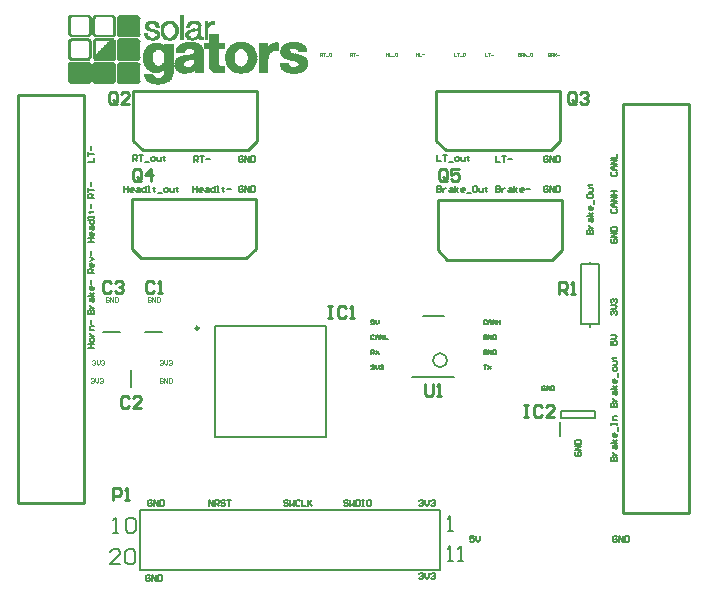
<source format=gto>
G04*
G04 #@! TF.GenerationSoftware,Altium Limited,Altium Designer,19.1.5 (86)*
G04*
G04 Layer_Color=65535*
%FSLAX25Y25*%
%MOIN*%
G70*
G01*
G75*
%ADD10C,0.00500*%
%ADD11C,0.00984*%
%ADD12C,0.00787*%
%ADD13C,0.01000*%
%ADD14C,0.00100*%
%ADD15C,0.00600*%
%ADD16C,0.00300*%
%ADD17C,0.00400*%
%ADD18C,0.00800*%
D10*
X147472Y79900D02*
G03*
X147472Y75200I0J-2350D01*
G01*
D02*
G03*
X147472Y79900I0J2350D01*
G01*
D11*
X66984Y88217D02*
G03*
X66984Y88217I-492J0D01*
G01*
D12*
X187594Y52217D02*
Y56941D01*
X187791Y58319D02*
X199209D01*
Y60681D01*
X187791D02*
X199209D01*
X187791Y58319D02*
Y60681D01*
X197500Y109500D02*
Y110400D01*
Y88600D02*
Y89500D01*
Y109500D02*
X200500D01*
Y89500D02*
Y109500D01*
X194500Y89500D02*
X200500D01*
X194500D02*
Y109500D01*
X197500D01*
X141728Y92343D02*
X148815D01*
X138272Y72100D02*
X152272D01*
X35244Y86839D02*
X40756D01*
X72594Y88906D02*
X109406D01*
Y52094D02*
Y88906D01*
X72594Y52094D02*
X109406D01*
X72594D02*
Y88906D01*
X49244Y87000D02*
X54756D01*
X44500Y68744D02*
Y74256D01*
X47500Y7500D02*
X147500D01*
Y27500D01*
X47500D02*
X147500D01*
X47500Y7500D02*
Y27500D01*
D13*
X44685Y131311D02*
X82874D01*
X44685Y114776D02*
Y131311D01*
X86024Y114776D02*
Y129736D01*
X82874Y131311D02*
X84843D01*
X86024Y129736D02*
Y131311D01*
X84843D02*
X86024D01*
X82874Y111626D02*
X86024Y114776D01*
X47835Y111626D02*
X82874D01*
X44685Y114776D02*
X47835Y111626D01*
X146685Y130811D02*
X184874D01*
X146685Y114276D02*
Y130811D01*
X188024Y114276D02*
Y129236D01*
X184874Y130811D02*
X186843D01*
X188024Y129236D02*
Y130811D01*
X186843D02*
X188024D01*
X184874Y111126D02*
X188024Y114276D01*
X149835Y111126D02*
X184874D01*
X146685Y114276D02*
X149835Y111126D01*
X146185Y167311D02*
X184374D01*
X146185Y150776D02*
Y167311D01*
X187524Y150776D02*
Y165736D01*
X184374Y167311D02*
X186343D01*
X187524Y165736D02*
Y167311D01*
X186343D02*
X187524D01*
X184374Y147626D02*
X187524Y150776D01*
X149335Y147626D02*
X184374D01*
X146185Y150776D02*
X149335Y147626D01*
X45185Y167311D02*
X83374D01*
X45185Y150776D02*
Y167311D01*
X86524Y150776D02*
Y165736D01*
X83374Y167311D02*
X85343D01*
X86524Y165736D02*
Y167311D01*
X85343D02*
X86524D01*
X83374Y147626D02*
X86524Y150776D01*
X48335Y147626D02*
X83374D01*
X45185Y150776D02*
X48335Y147626D01*
X208327Y162988D02*
X230374D01*
X208327Y26768D02*
Y162988D01*
Y26768D02*
X230374D01*
Y162988D01*
X6909Y29835D02*
X28957D01*
Y166055D01*
X6909D02*
X28957D01*
X6909Y29835D02*
Y166055D01*
X37666Y103332D02*
X36999Y103999D01*
X35666D01*
X35000Y103332D01*
Y100666D01*
X35666Y100000D01*
X36999D01*
X37666Y100666D01*
X38999Y103332D02*
X39665Y103999D01*
X40998D01*
X41664Y103332D01*
Y102666D01*
X40998Y101999D01*
X40332D01*
X40998D01*
X41664Y101333D01*
Y100666D01*
X40998Y100000D01*
X39665D01*
X38999Y100666D01*
X43666Y64832D02*
X42999Y65499D01*
X41666D01*
X41000Y64832D01*
Y62166D01*
X41666Y61500D01*
X42999D01*
X43666Y62166D01*
X47664Y61500D02*
X44999D01*
X47664Y64166D01*
Y64832D01*
X46998Y65499D01*
X45665D01*
X44999Y64832D01*
X52166Y103332D02*
X51499Y103999D01*
X50166D01*
X49500Y103332D01*
Y100666D01*
X50166Y100000D01*
X51499D01*
X52166Y100666D01*
X53499Y100000D02*
X54832D01*
X54165D01*
Y103999D01*
X53499Y103332D01*
X142500Y69499D02*
Y66166D01*
X143166Y65500D01*
X144499D01*
X145166Y66166D01*
Y69499D01*
X146499Y65500D02*
X147832D01*
X147165D01*
Y69499D01*
X146499Y68832D01*
X187000Y99500D02*
Y103499D01*
X188999D01*
X189666Y102832D01*
Y101499D01*
X188999Y100833D01*
X187000D01*
X188333D02*
X189666Y99500D01*
X190999D02*
X192332D01*
X191665D01*
Y103499D01*
X190999Y102832D01*
X149866Y137967D02*
Y140632D01*
X149199Y141299D01*
X147866D01*
X147200Y140632D01*
Y137967D01*
X147866Y137300D01*
X149199D01*
X148533Y138633D02*
X149866Y137300D01*
X149199D02*
X149866Y137967D01*
X153865Y141299D02*
X151199D01*
Y139299D01*
X152532Y139966D01*
X153198D01*
X153865Y139299D01*
Y137967D01*
X153198Y137300D01*
X151865D01*
X151199Y137967D01*
X47866D02*
Y140632D01*
X47199Y141299D01*
X45866D01*
X45200Y140632D01*
Y137967D01*
X45866Y137300D01*
X47199D01*
X46533Y138633D02*
X47866Y137300D01*
X47199D02*
X47866Y137967D01*
X51198Y137300D02*
Y141299D01*
X49199Y139299D01*
X51864D01*
X192666Y163666D02*
Y166332D01*
X191999Y166999D01*
X190666D01*
X190000Y166332D01*
Y163666D01*
X190666Y163000D01*
X191999D01*
X191333Y164333D02*
X192666Y163000D01*
X191999D02*
X192666Y163666D01*
X193999Y166332D02*
X194665Y166999D01*
X195998D01*
X196665Y166332D01*
Y165666D01*
X195998Y164999D01*
X195332D01*
X195998D01*
X196665Y164333D01*
Y163666D01*
X195998Y163000D01*
X194665D01*
X193999Y163666D01*
X39666D02*
Y166332D01*
X38999Y166999D01*
X37666D01*
X37000Y166332D01*
Y163666D01*
X37666Y163000D01*
X38999D01*
X38333Y164333D02*
X39666Y163000D01*
X38999D02*
X39666Y163666D01*
X43665Y163000D02*
X40999D01*
X43665Y165666D01*
Y166332D01*
X42998Y166999D01*
X41665D01*
X40999Y166332D01*
X38400Y30900D02*
Y34899D01*
X40399D01*
X41066Y34232D01*
Y32899D01*
X40399Y32233D01*
X38400D01*
X42399Y30900D02*
X43732D01*
X43065D01*
Y34899D01*
X42399Y34232D01*
X175500Y62499D02*
X176833D01*
X176166D01*
Y58500D01*
X175500D01*
X176833D01*
X181498Y61832D02*
X180832Y62499D01*
X179499D01*
X178832Y61832D01*
Y59166D01*
X179499Y58500D01*
X180832D01*
X181498Y59166D01*
X185497Y58500D02*
X182831D01*
X185497Y61166D01*
Y61832D01*
X184830Y62499D01*
X183497D01*
X182831Y61832D01*
X110000Y95499D02*
X111333D01*
X110667D01*
Y91500D01*
X110000D01*
X111333D01*
X115998Y94832D02*
X115332Y95499D01*
X113999D01*
X113332Y94832D01*
Y92166D01*
X113999Y91500D01*
X115332D01*
X115998Y92166D01*
X117331Y91500D02*
X118664D01*
X117997D01*
Y95499D01*
X117331Y94832D01*
D14*
X60800Y192800D02*
X61700D01*
X24300Y192700D02*
X30200D01*
X32400D02*
X38300D01*
X40600D02*
X46400D01*
X60800D02*
X61700D01*
X24000Y192600D02*
X24100D01*
X24200D02*
X30300D01*
X30400D02*
X30500D01*
X32100D02*
X32200D01*
X32300D02*
X38400D01*
X40500D02*
X46500D01*
X60800D02*
X61700D01*
X23900Y192500D02*
X24000D01*
X24100D02*
X30400D01*
X30500D02*
X30600D01*
X32000D02*
X32100D01*
X32200D02*
X38500D01*
X40400D02*
X46600D01*
X60800D02*
X61700D01*
X24000Y192400D02*
X30500D01*
X30600D02*
X30700D01*
X31900D02*
X32000D01*
X32100D02*
X38600D01*
X40300D02*
X46700D01*
X60800D02*
X61700D01*
X23700Y192300D02*
X23800D01*
X23900D02*
X30600D01*
X30700D02*
X30800D01*
X31800D02*
X31900D01*
X32000D02*
X38700D01*
X40200D02*
X46800D01*
X60800D02*
X61700D01*
X23600Y192200D02*
X23700D01*
X23800D02*
X30700D01*
X30800D02*
X30900D01*
X31700D02*
X31800D01*
X31900D02*
X38800D01*
X40100D02*
X46900D01*
X60800D02*
X61700D01*
X23700Y192100D02*
X24500D01*
X30000D02*
X30800D01*
X31800D02*
X32600D01*
X38100D02*
X38900D01*
X40000D02*
X47000D01*
X60800D02*
X61700D01*
X23600Y192000D02*
X24400D01*
X30100D02*
X30900D01*
X31700D02*
X32500D01*
X38200D02*
X39000D01*
X39900D02*
X47100D01*
X60800D02*
X61700D01*
X23500Y191900D02*
X24300D01*
X30200D02*
X31000D01*
X31700D02*
X32400D01*
X38300D02*
X39100D01*
X39800D02*
X47200D01*
X60800D02*
X61700D01*
X23500Y191800D02*
X24200D01*
X30300D02*
X31000D01*
X31600D02*
X32300D01*
X38400D02*
X39100D01*
X39800D02*
X47300D01*
X60800D02*
X61700D01*
X23500Y191700D02*
X24100D01*
X30400D02*
X31000D01*
X31600D02*
X32200D01*
X38500D02*
X39100D01*
X39800D02*
X47200D01*
X60800D02*
X61700D01*
X23500Y191600D02*
X24100D01*
X30400D02*
X31000D01*
X31600D02*
X32200D01*
X38500D02*
X39100D01*
X39800D02*
X47200D01*
X60800D02*
X61700D01*
X23500Y191500D02*
X24100D01*
X30400D02*
X31000D01*
X31600D02*
X32200D01*
X38500D02*
X39100D01*
X39800D02*
X47200D01*
X60800D02*
X61700D01*
X23500Y191400D02*
X24100D01*
X30400D02*
X31000D01*
X31600D02*
X32200D01*
X38500D02*
X39100D01*
X39800D02*
X47200D01*
X60800D02*
X61700D01*
X23500Y191300D02*
X24100D01*
X30400D02*
X31000D01*
X31600D02*
X32200D01*
X38500D02*
X39100D01*
X39800D02*
X47200D01*
X60800D02*
X61700D01*
X23500Y191200D02*
X24100D01*
X30400D02*
X31000D01*
X31600D02*
X32200D01*
X38500D02*
X39100D01*
X39800D02*
X47200D01*
X60800D02*
X61700D01*
X23500Y191100D02*
X24100D01*
X30400D02*
X31000D01*
X31600D02*
X32200D01*
X38500D02*
X39100D01*
X39800D02*
X47200D01*
X60800D02*
X61700D01*
X23500Y191000D02*
X24100D01*
X30400D02*
X31000D01*
X31600D02*
X32200D01*
X38500D02*
X39100D01*
X39800D02*
X47200D01*
X60800D02*
X61700D01*
X23500Y190900D02*
X24100D01*
X30400D02*
X31000D01*
X31600D02*
X32200D01*
X38500D02*
X39100D01*
X39800D02*
X47200D01*
X60800D02*
X61700D01*
X23500Y190800D02*
X24100D01*
X30400D02*
X31000D01*
X31600D02*
X32200D01*
X38500D02*
X39100D01*
X39800D02*
X47200D01*
X60800D02*
X61700D01*
X23500Y190700D02*
X24100D01*
X30400D02*
X31000D01*
X31600D02*
X32200D01*
X38500D02*
X39100D01*
X39800D02*
X47200D01*
X50900D02*
X51900D01*
X56600D02*
X57700D01*
X60800D02*
X61700D01*
X64800D02*
X66000D01*
X23500Y190600D02*
X24100D01*
X30400D02*
X31000D01*
X31600D02*
X32200D01*
X38500D02*
X39100D01*
X39800D02*
X47200D01*
X50400D02*
X52400D01*
X56200D02*
X58100D01*
X60800D02*
X61700D01*
X64300D02*
X66400D01*
X71300D02*
X72100D01*
X23500Y190500D02*
X24100D01*
X30400D02*
X31000D01*
X31600D02*
X32200D01*
X38500D02*
X39100D01*
X39800D02*
X47200D01*
X50100D02*
X52600D01*
X56000D02*
X58400D01*
X60800D02*
X61700D01*
X64000D02*
X66700D01*
X69000D02*
X69800D01*
X71000D02*
X72100D01*
X23500Y190400D02*
X24100D01*
X30400D02*
X31000D01*
X31600D02*
X32200D01*
X38500D02*
X39100D01*
X39800D02*
X47200D01*
X49900D02*
X52800D01*
X55800D02*
X58600D01*
X60800D02*
X61700D01*
X63900D02*
X66900D01*
X69000D02*
X69800D01*
X70800D02*
X72100D01*
X23500Y190300D02*
X24100D01*
X30400D02*
X31000D01*
X31600D02*
X32200D01*
X38500D02*
X39100D01*
X39800D02*
X47200D01*
X49800D02*
X52900D01*
X55600D02*
X58700D01*
X60800D02*
X61700D01*
X63700D02*
X67000D01*
X69000D02*
X69800D01*
X70600D02*
X72100D01*
X23500Y190200D02*
X24100D01*
X30400D02*
X31000D01*
X31600D02*
X32200D01*
X38500D02*
X39100D01*
X39800D02*
X47200D01*
X49600D02*
X53000D01*
X55500D02*
X58900D01*
X60800D02*
X61700D01*
X63600D02*
X67100D01*
X69000D02*
X69800D01*
X70500D02*
X72100D01*
X23500Y190100D02*
X24100D01*
X30400D02*
X31000D01*
X31600D02*
X32200D01*
X38500D02*
X39100D01*
X39800D02*
X47200D01*
X49500D02*
X53100D01*
X55300D02*
X59000D01*
X60800D02*
X61700D01*
X63500D02*
X67200D01*
X69000D02*
X69800D01*
X70300D02*
X72100D01*
X23500Y190000D02*
X24100D01*
X30400D02*
X31000D01*
X31600D02*
X32200D01*
X38500D02*
X39100D01*
X39800D02*
X47200D01*
X49400D02*
X51200D01*
X51400D02*
X53200D01*
X55200D02*
X57100D01*
X57300D02*
X59100D01*
X60800D02*
X61700D01*
X63400D02*
X65200D01*
X65400D02*
X67300D01*
X69000D02*
X69800D01*
X70200D02*
X72100D01*
X23500Y189900D02*
X24100D01*
X30400D02*
X31000D01*
X31600D02*
X32200D01*
X38500D02*
X39100D01*
X39800D02*
X47200D01*
X49400D02*
X50600D01*
X52000D02*
X53300D01*
X55100D02*
X56500D01*
X57800D02*
X59200D01*
X60800D02*
X61700D01*
X63300D02*
X64600D01*
X66100D02*
X67400D01*
X69000D02*
X69800D01*
X69900D02*
X70000D01*
X70100D02*
X72100D01*
X23500Y189800D02*
X24100D01*
X30400D02*
X31000D01*
X31600D02*
X32200D01*
X38500D02*
X39100D01*
X39800D02*
X47200D01*
X49300D02*
X50400D01*
X52200D02*
X53400D01*
X55000D02*
X56300D01*
X58100D02*
X59300D01*
X60800D02*
X61700D01*
X63200D02*
X64300D01*
X66300D02*
X67400D01*
X69000D02*
X69800D01*
X70100D02*
X72000D01*
X23500Y189700D02*
X24100D01*
X30400D02*
X31000D01*
X31600D02*
X32200D01*
X38500D02*
X39100D01*
X39800D02*
X47200D01*
X49200D02*
X50200D01*
X52100D02*
X52200D01*
X52400D02*
X53400D01*
X55000D02*
X56100D01*
X58200D02*
X59400D01*
X60800D02*
X61700D01*
X63200D02*
X64200D01*
X66200D02*
X66300D01*
X66500D02*
X67500D01*
X69000D02*
X69800D01*
X70000D02*
X71200D01*
X23500Y189600D02*
X24100D01*
X30400D02*
X31000D01*
X31600D02*
X32200D01*
X38500D02*
X39100D01*
X39800D02*
X47200D01*
X49200D02*
X50100D01*
X50300D02*
X50400D01*
X52500D02*
X53500D01*
X54900D02*
X56000D01*
X58100D02*
X58200D01*
X58400D02*
X59500D01*
X60800D02*
X61700D01*
X63100D02*
X64100D01*
X64200D02*
X64300D01*
X66600D02*
X67500D01*
X69000D02*
X69800D01*
X69900D02*
X70900D01*
X23500Y189500D02*
X24100D01*
X30400D02*
X31000D01*
X31600D02*
X32200D01*
X38500D02*
X39100D01*
X39800D02*
X47200D01*
X49200D02*
X50100D01*
X50200D02*
X50300D01*
X52600D02*
X53500D01*
X54800D02*
X55900D01*
X56000D02*
X56100D01*
X58500D02*
X59500D01*
X60800D02*
X61700D01*
X63100D02*
X64000D01*
X64100D02*
X64200D01*
X66600D02*
X67600D01*
X69000D02*
X69800D01*
X69900D02*
X70800D01*
X71000D02*
X71100D01*
X23500Y189400D02*
X24100D01*
X30400D02*
X31000D01*
X31600D02*
X32200D01*
X38500D02*
X39100D01*
X39800D02*
X47200D01*
X49100D02*
X50000D01*
X50100D02*
X50200D01*
X52600D02*
X53600D01*
X54700D02*
X55800D01*
X55900D02*
X56000D01*
X58600D02*
X59600D01*
X60800D02*
X61700D01*
X63000D02*
X63900D01*
X64000D02*
X64100D01*
X66700D02*
X67600D01*
X69000D02*
X70600D01*
X70800D02*
X70900D01*
X23500Y189300D02*
X24100D01*
X30400D02*
X31000D01*
X31600D02*
X32200D01*
X38500D02*
X39100D01*
X39800D02*
X47200D01*
X49100D02*
X50000D01*
X52700D02*
X53600D01*
X54700D02*
X55700D01*
X55800D02*
X55900D01*
X58700D02*
X59700D01*
X60800D02*
X61700D01*
X63000D02*
X63900D01*
X66700D02*
X67600D01*
X67700D02*
X67800D01*
X69000D02*
X70500D01*
X23500Y189200D02*
X24100D01*
X30400D02*
X31000D01*
X31600D02*
X32200D01*
X38500D02*
X39100D01*
X39800D02*
X47200D01*
X49100D02*
X50000D01*
X52700D02*
X53600D01*
X54600D02*
X55600D01*
X55700D02*
X55800D01*
X58700D02*
X59700D01*
X60800D02*
X61700D01*
X63000D02*
X63800D01*
X66700D02*
X67600D01*
X69000D02*
X70400D01*
X70500D02*
X70600D01*
X23500Y189100D02*
X24100D01*
X30400D02*
X31000D01*
X31600D02*
X32200D01*
X38500D02*
X39100D01*
X39800D02*
X47200D01*
X49100D02*
X50000D01*
X52800D02*
X53600D01*
X54600D02*
X55500D01*
X58600D02*
X58700D01*
X58800D02*
X59800D01*
X60800D02*
X61700D01*
X62900D02*
X63800D01*
X66800D02*
X67600D01*
X69000D02*
X70300D01*
X70400D02*
X70500D01*
X23500Y189000D02*
X24100D01*
X30400D02*
X31000D01*
X31600D02*
X32200D01*
X38500D02*
X39100D01*
X39800D02*
X47200D01*
X49100D02*
X50000D01*
X52800D02*
X53700D01*
X54500D02*
X55500D01*
X58900D02*
X59800D01*
X60800D02*
X61700D01*
X62900D02*
X63800D01*
X66800D02*
X67600D01*
X69000D02*
X70200D01*
X70300D02*
X70400D01*
X23500Y188900D02*
X24100D01*
X30400D02*
X31000D01*
X31600D02*
X32200D01*
X38500D02*
X39100D01*
X39800D02*
X47200D01*
X49100D02*
X50000D01*
X52600D02*
X52700D01*
X52800D02*
X53700D01*
X54500D02*
X55400D01*
X58900D02*
X59800D01*
X60800D02*
X61700D01*
X62900D02*
X63800D01*
X66800D02*
X67600D01*
X69000D02*
X70200D01*
X23500Y188800D02*
X24100D01*
X30400D02*
X31000D01*
X31600D02*
X32200D01*
X38500D02*
X39100D01*
X39800D02*
X47200D01*
X49100D02*
X50000D01*
X50100D02*
X50200D01*
X52800D02*
X53700D01*
X54500D02*
X55400D01*
X59000D02*
X59900D01*
X60800D02*
X61700D01*
X62900D02*
X63700D01*
X66800D02*
X67600D01*
X69000D02*
X70100D01*
X23500Y188700D02*
X24100D01*
X30400D02*
X31000D01*
X31600D02*
X32200D01*
X38500D02*
X39100D01*
X39800D02*
X47200D01*
X49100D02*
X50000D01*
X54400D02*
X55300D01*
X58800D02*
X58900D01*
X59000D02*
X59900D01*
X60800D02*
X61700D01*
X62900D02*
X63700D01*
X66800D02*
X67600D01*
X69000D02*
X70000D01*
X23500Y188600D02*
X24100D01*
X30400D02*
X31000D01*
X31600D02*
X32200D01*
X38500D02*
X39100D01*
X39800D02*
X47200D01*
X49100D02*
X50100D01*
X54400D02*
X55300D01*
X59000D02*
X59900D01*
X60800D02*
X61700D01*
X66800D02*
X67600D01*
X69000D02*
X70000D01*
X70100D02*
X70200D01*
X23500Y188500D02*
X24100D01*
X30400D02*
X31000D01*
X31600D02*
X32200D01*
X38500D02*
X39100D01*
X39800D02*
X47200D01*
X49200D02*
X50200D01*
X50400D02*
X50500D01*
X54400D02*
X55300D01*
X59100D02*
X60000D01*
X60800D02*
X61700D01*
X66700D02*
X67600D01*
X69000D02*
X70000D01*
X23500Y188400D02*
X24100D01*
X30400D02*
X31000D01*
X31600D02*
X32200D01*
X38500D02*
X39100D01*
X39800D02*
X47200D01*
X49200D02*
X50400D01*
X54400D02*
X55200D01*
X59100D02*
X60000D01*
X60800D02*
X61700D01*
X66700D02*
X67600D01*
X69000D02*
X69900D01*
X23500Y188300D02*
X24100D01*
X30400D02*
X31000D01*
X31600D02*
X32200D01*
X38500D02*
X39100D01*
X39800D02*
X47200D01*
X49300D02*
X50600D01*
X54300D02*
X55200D01*
X59100D02*
X60000D01*
X60100D02*
X60200D01*
X60800D02*
X61700D01*
X66600D02*
X67600D01*
X69000D02*
X69900D01*
X23500Y188200D02*
X24100D01*
X30400D02*
X31000D01*
X31600D02*
X32200D01*
X38500D02*
X39100D01*
X39800D02*
X47200D01*
X49300D02*
X50900D01*
X54300D02*
X55200D01*
X59100D02*
X60000D01*
X60800D02*
X61700D01*
X65200D02*
X65300D01*
X66400D02*
X67600D01*
X69000D02*
X69900D01*
X23500Y188100D02*
X24100D01*
X30400D02*
X31000D01*
X31600D02*
X32200D01*
X38500D02*
X39100D01*
X39800D02*
X47200D01*
X49400D02*
X51200D01*
X54300D02*
X55200D01*
X59200D02*
X60000D01*
X60800D02*
X61700D01*
X65700D02*
X67600D01*
X69000D02*
X69900D01*
X23500Y188000D02*
X24100D01*
X30400D02*
X31000D01*
X31600D02*
X32200D01*
X38500D02*
X39100D01*
X39800D02*
X47200D01*
X49500D02*
X51700D01*
X54300D02*
X55200D01*
X59200D02*
X60000D01*
X60800D02*
X61700D01*
X64900D02*
X67600D01*
X69000D02*
X69900D01*
X23500Y187900D02*
X24100D01*
X30400D02*
X31000D01*
X31600D02*
X32200D01*
X38500D02*
X39100D01*
X39800D02*
X47200D01*
X49600D02*
X52200D01*
X54300D02*
X55200D01*
X59000D02*
X59100D01*
X59200D02*
X60100D01*
X60800D02*
X61700D01*
X64300D02*
X67600D01*
X69000D02*
X69800D01*
X23500Y187800D02*
X24100D01*
X30400D02*
X31000D01*
X31600D02*
X32200D01*
X38500D02*
X39100D01*
X39800D02*
X47200D01*
X49700D02*
X52600D01*
X54300D02*
X55100D01*
X59200D02*
X60100D01*
X60800D02*
X61700D01*
X63900D02*
X67600D01*
X69000D02*
X69800D01*
X23500Y187700D02*
X24100D01*
X30400D02*
X31000D01*
X31600D02*
X32200D01*
X38500D02*
X39100D01*
X39800D02*
X47200D01*
X49900D02*
X52800D01*
X54300D02*
X55100D01*
X59200D02*
X60100D01*
X60800D02*
X61700D01*
X63600D02*
X67600D01*
X69000D02*
X69800D01*
X23500Y187600D02*
X24100D01*
X30400D02*
X31000D01*
X31600D02*
X32200D01*
X38500D02*
X39100D01*
X39800D02*
X47200D01*
X50100D02*
X53000D01*
X54300D02*
X55100D01*
X59200D02*
X60100D01*
X60800D02*
X61700D01*
X63400D02*
X66600D01*
X66800D02*
X67600D01*
X69000D02*
X69800D01*
X23500Y187500D02*
X24100D01*
X30400D02*
X31000D01*
X31600D02*
X32200D01*
X38500D02*
X39100D01*
X39800D02*
X47200D01*
X50400D02*
X53200D01*
X54300D02*
X55100D01*
X59200D02*
X60100D01*
X60800D02*
X61700D01*
X63300D02*
X66200D01*
X66800D02*
X67600D01*
X69000D02*
X69800D01*
X23500Y187400D02*
X24100D01*
X30400D02*
X31000D01*
X31600D02*
X32200D01*
X38500D02*
X39100D01*
X39800D02*
X47200D01*
X50700D02*
X53300D01*
X54300D02*
X55100D01*
X59200D02*
X60100D01*
X60800D02*
X61700D01*
X63200D02*
X65600D01*
X66800D02*
X67600D01*
X69000D02*
X69800D01*
X23500Y187300D02*
X24100D01*
X30400D02*
X31000D01*
X31600D02*
X32200D01*
X38500D02*
X39100D01*
X39800D02*
X47200D01*
X51200D02*
X53400D01*
X54300D02*
X55100D01*
X59200D02*
X60100D01*
X60800D02*
X61700D01*
X63000D02*
X64900D01*
X66800D02*
X67600D01*
X69000D02*
X69800D01*
X23500Y187200D02*
X24100D01*
X30400D02*
X31000D01*
X31600D02*
X32200D01*
X38500D02*
X39100D01*
X39800D02*
X47200D01*
X51600D02*
X53500D01*
X54300D02*
X55200D01*
X59000D02*
X59100D01*
X59200D02*
X60100D01*
X60800D02*
X61700D01*
X63000D02*
X64500D01*
X66800D02*
X67600D01*
X69000D02*
X69800D01*
X23500Y187100D02*
X24100D01*
X30400D02*
X31000D01*
X31600D02*
X32200D01*
X38500D02*
X39100D01*
X39800D02*
X47200D01*
X52000D02*
X53600D01*
X54300D02*
X55200D01*
X59200D02*
X60000D01*
X60800D02*
X61700D01*
X62900D02*
X64200D01*
X66800D02*
X67600D01*
X69000D02*
X69800D01*
X23500Y187000D02*
X24100D01*
X30400D02*
X31000D01*
X31600D02*
X32200D01*
X38500D02*
X39100D01*
X39800D02*
X47200D01*
X52300D02*
X53700D01*
X54300D02*
X55200D01*
X59200D02*
X60000D01*
X60800D02*
X61700D01*
X62800D02*
X64000D01*
X66800D02*
X67600D01*
X69000D02*
X69800D01*
X23500Y186900D02*
X24100D01*
X30400D02*
X31000D01*
X31600D02*
X32200D01*
X38500D02*
X39100D01*
X39800D02*
X47200D01*
X52600D02*
X53700D01*
X54300D02*
X55200D01*
X59100D02*
X60000D01*
X60800D02*
X61700D01*
X62800D02*
X63800D01*
X64000D02*
X64100D01*
X66800D02*
X67600D01*
X69000D02*
X69800D01*
X23500Y186800D02*
X24100D01*
X30400D02*
X31000D01*
X31600D02*
X32200D01*
X38500D02*
X39100D01*
X39800D02*
X47200D01*
X52700D02*
X53800D01*
X54300D02*
X55200D01*
X59100D02*
X60000D01*
X60100D02*
X60200D01*
X60800D02*
X61700D01*
X62700D02*
X63700D01*
X63800D02*
X63900D01*
X66800D02*
X67600D01*
X69000D02*
X69800D01*
X23500Y186700D02*
X24100D01*
X30400D02*
X31000D01*
X31600D02*
X32200D01*
X38500D02*
X39100D01*
X39800D02*
X47200D01*
X52600D02*
X52700D01*
X52800D02*
X53800D01*
X54400D02*
X55300D01*
X59100D02*
X60000D01*
X60800D02*
X61700D01*
X62700D02*
X63600D01*
X63700D02*
X63800D01*
X66800D02*
X67600D01*
X69000D02*
X69800D01*
X23500Y186600D02*
X24100D01*
X30400D02*
X31000D01*
X31600D02*
X32200D01*
X38500D02*
X39100D01*
X39800D02*
X47200D01*
X52700D02*
X52800D01*
X52900D02*
X53800D01*
X54400D02*
X55300D01*
X59100D02*
X60000D01*
X60800D02*
X61700D01*
X62700D02*
X63600D01*
X66800D02*
X67600D01*
X69000D02*
X69800D01*
X23500Y186500D02*
X24100D01*
X30400D02*
X31000D01*
X31600D02*
X32200D01*
X38500D02*
X39100D01*
X39800D02*
X47200D01*
X48900D02*
X49700D01*
X53000D02*
X53900D01*
X54400D02*
X55300D01*
X59000D02*
X59900D01*
X60800D02*
X61700D01*
X62600D02*
X63500D01*
X66700D02*
X67600D01*
X69000D02*
X69800D01*
X23500Y186400D02*
X24200D01*
X30300D02*
X31000D01*
X31600D02*
X32300D01*
X38500D02*
X39100D01*
X39800D02*
X47300D01*
X48900D02*
X49800D01*
X53000D02*
X53900D01*
X54400D02*
X55300D01*
X59000D02*
X59900D01*
X60800D02*
X61700D01*
X62600D02*
X63500D01*
X66700D02*
X67600D01*
X69000D02*
X69800D01*
X23500Y186300D02*
X24300D01*
X30200D02*
X31000D01*
X31600D02*
X32400D01*
X38400D02*
X39100D01*
X39800D02*
X47200D01*
X48900D02*
X49800D01*
X53000D02*
X53900D01*
X54500D02*
X55400D01*
X58900D02*
X59900D01*
X60800D02*
X61700D01*
X62600D02*
X63500D01*
X66700D02*
X67600D01*
X69000D02*
X69800D01*
X23600Y186200D02*
X24400D01*
X30100D02*
X30900D01*
X31700D02*
X32500D01*
X38300D02*
X39100D01*
X39800D02*
X47200D01*
X48900D02*
X49800D01*
X53000D02*
X53900D01*
X54500D02*
X55400D01*
X58900D02*
X59800D01*
X60800D02*
X61700D01*
X62600D02*
X63500D01*
X66600D02*
X67600D01*
X69000D02*
X69800D01*
X70600D02*
X73400D01*
X23700Y186100D02*
X24500D01*
X30000D02*
X30800D01*
X31800D02*
X32600D01*
X38200D02*
X39000D01*
X39900D02*
X47100D01*
X48900D02*
X49800D01*
X53000D02*
X53900D01*
X54500D02*
X55500D01*
X55600D02*
X55700D01*
X58800D02*
X59800D01*
X60800D02*
X61700D01*
X62600D02*
X63500D01*
X66400D02*
X66500D01*
X66600D02*
X67600D01*
X69000D02*
X69800D01*
X70600D02*
X73400D01*
X23800Y186000D02*
X24600D01*
X29800D02*
X30700D01*
X31700D02*
X31800D01*
X31900D02*
X32700D01*
X35100D02*
X35200D01*
X38100D02*
X38900D01*
X39800D02*
X39900D01*
X40000D02*
X47000D01*
X47100D02*
X47200D01*
X49000D02*
X49800D01*
X53000D02*
X53900D01*
X54600D02*
X55500D01*
X58600D02*
X58700D01*
X58800D02*
X59800D01*
X60800D02*
X61700D01*
X62600D02*
X63500D01*
X66600D02*
X67600D01*
X69000D02*
X69800D01*
X70600D02*
X73400D01*
X23900Y185900D02*
X30600D01*
X31800D02*
X31900D01*
X32000D02*
X38800D01*
X39900D02*
X40000D01*
X40100D02*
X46900D01*
X47000D02*
X47100D01*
X49000D02*
X49900D01*
X53000D02*
X53900D01*
X54600D02*
X55600D01*
X58500D02*
X58600D01*
X58700D02*
X59700D01*
X60800D02*
X61700D01*
X62600D02*
X63500D01*
X66300D02*
X66400D01*
X66500D02*
X67600D01*
X69000D02*
X69800D01*
X70600D02*
X73400D01*
X24000Y185800D02*
X30500D01*
X32100D02*
X38700D01*
X40000D02*
X40100D01*
X40200D02*
X46800D01*
X46900D02*
X47000D01*
X49000D02*
X49900D01*
X52900D02*
X53800D01*
X54700D02*
X55700D01*
X55800D02*
X55900D01*
X58700D02*
X59600D01*
X60800D02*
X61700D01*
X62600D02*
X63600D01*
X66200D02*
X66300D01*
X66400D02*
X67600D01*
X69000D02*
X69800D01*
X70600D02*
X73400D01*
X24100Y185700D02*
X30400D01*
X32000D02*
X32100D01*
X32200D02*
X38600D01*
X40100D02*
X40200D01*
X40300D02*
X46700D01*
X46800D02*
X46900D01*
X49100D02*
X50000D01*
X50100D02*
X50200D01*
X52700D02*
X52800D01*
X52900D02*
X53800D01*
X54700D02*
X55800D01*
X55900D02*
X56000D01*
X58600D02*
X59600D01*
X60800D02*
X61700D01*
X62700D02*
X63600D01*
X63700D02*
X63800D01*
X66100D02*
X66200D01*
X66300D02*
X67600D01*
X69000D02*
X69800D01*
X70600D02*
X73400D01*
X24200Y185600D02*
X30300D01*
X32300D02*
X38400D01*
X40200D02*
X40300D01*
X40400D02*
X46600D01*
X46700D02*
X46800D01*
X49100D02*
X50100D01*
X50200D02*
X50300D01*
X52600D02*
X52700D01*
X52800D02*
X53800D01*
X54800D02*
X55900D01*
X56000D02*
X56100D01*
X58200D02*
X58300D01*
X58500D02*
X59500D01*
X60800D02*
X61700D01*
X62700D02*
X63700D01*
X63800D02*
X63900D01*
X66200D02*
X67600D01*
X69000D02*
X69800D01*
X70600D02*
X73400D01*
X24300Y185500D02*
X30200D01*
X32400D02*
X38400D01*
X40300D02*
X40400D01*
X40500D02*
X46500D01*
X46600D02*
X46700D01*
X49100D02*
X50200D01*
X52700D02*
X53700D01*
X54900D02*
X56000D01*
X58400D02*
X59500D01*
X60800D02*
X61700D01*
X62700D02*
X63800D01*
X63900D02*
X64000D01*
X66100D02*
X67700D01*
X69000D02*
X69800D01*
X70600D02*
X73400D01*
X49200Y185400D02*
X50300D01*
X52600D02*
X53700D01*
X55000D02*
X56100D01*
X57900D02*
X58000D01*
X58200D02*
X59400D01*
X60800D02*
X61700D01*
X62800D02*
X63900D01*
X65900D02*
X66800D01*
X66900D02*
X67700D01*
X69000D02*
X69800D01*
X70600D02*
X73400D01*
X49300Y185300D02*
X50500D01*
X52400D02*
X53600D01*
X55000D02*
X56300D01*
X58000D02*
X59300D01*
X59400D02*
X59500D01*
X60800D02*
X61700D01*
X62800D02*
X64000D01*
X65700D02*
X66700D01*
X66900D02*
X67800D01*
X68200D02*
X68300D01*
X69000D02*
X69800D01*
X70600D02*
X73400D01*
X49300Y185200D02*
X50800D01*
X52100D02*
X53500D01*
X55100D02*
X56500D01*
X57800D02*
X59200D01*
X60800D02*
X61700D01*
X62900D02*
X64200D01*
X65400D02*
X66600D01*
X66900D02*
X68300D01*
X69000D02*
X69800D01*
X70600D02*
X73400D01*
X49400Y185100D02*
X53400D01*
X55200D02*
X59100D01*
X60800D02*
X61700D01*
X63000D02*
X66500D01*
X66700D02*
X66800D01*
X66900D02*
X68300D01*
X69000D02*
X69800D01*
X70600D02*
X73400D01*
X49500Y185000D02*
X53300D01*
X55400D02*
X59000D01*
X60800D02*
X61700D01*
X63000D02*
X66400D01*
X66900D02*
X68300D01*
X69000D02*
X69800D01*
X70600D02*
X73400D01*
X24300Y184900D02*
X30200D01*
X32500D02*
X38300D01*
X40600D02*
X46400D01*
X49600D02*
X53200D01*
X55500D02*
X58900D01*
X60800D02*
X61700D01*
X63100D02*
X66300D01*
X67000D02*
X68300D01*
X69000D02*
X69800D01*
X70600D02*
X73400D01*
X24200Y184800D02*
X30300D01*
X30400D02*
X30500D01*
X32400D02*
X38400D01*
X40500D02*
X46500D01*
X49800D02*
X53100D01*
X55600D02*
X58700D01*
X60800D02*
X61700D01*
X63200D02*
X66200D01*
X67100D02*
X68300D01*
X69000D02*
X69800D01*
X70600D02*
X73400D01*
X23900Y184700D02*
X24000D01*
X24100D02*
X30400D01*
X30500D02*
X30600D01*
X32300D02*
X38500D01*
X40400D02*
X46600D01*
X50000D02*
X52900D01*
X55800D02*
X58500D01*
X60800D02*
X61700D01*
X63400D02*
X66100D01*
X67200D02*
X68300D01*
X69000D02*
X69800D01*
X70600D02*
X73400D01*
X23800Y184600D02*
X23900D01*
X24000D02*
X30500D01*
X30600D02*
X30700D01*
X32200D02*
X38500D01*
X40300D02*
X46700D01*
X50200D02*
X52700D01*
X56000D02*
X58300D01*
X60800D02*
X61700D01*
X63600D02*
X65900D01*
X67300D02*
X68300D01*
X69000D02*
X69800D01*
X70600D02*
X73400D01*
X23700Y184500D02*
X23800D01*
X23900D02*
X30600D01*
X30700D02*
X30800D01*
X32100D02*
X38400D01*
X40200D02*
X46800D01*
X50400D02*
X52400D01*
X56300D02*
X58100D01*
X63800D02*
X65600D01*
X70600D02*
X73400D01*
X23600Y184400D02*
X23700D01*
X23800D02*
X30700D01*
X30800D02*
X30900D01*
X32000D02*
X38300D01*
X38400D02*
X38500D01*
X38600D02*
X38800D01*
X40100D02*
X46900D01*
X51000D02*
X51800D01*
X56800D02*
X57600D01*
X64300D02*
X65100D01*
X70600D02*
X73400D01*
X23700Y184300D02*
X24500D01*
X30000D02*
X30800D01*
X31900D02*
X32700D01*
X37400D02*
X38200D01*
X38300D02*
X38400D01*
X38500D02*
X38900D01*
X40000D02*
X47000D01*
X52100D02*
X52200D01*
X57800D02*
X57900D01*
X70600D02*
X73400D01*
X23600Y184200D02*
X24400D01*
X30100D02*
X30900D01*
X31800D02*
X32600D01*
X37300D02*
X38100D01*
X38200D02*
X38300D01*
X38400D02*
X39000D01*
X39900D02*
X47100D01*
X70600D02*
X73400D01*
X23500Y184100D02*
X24300D01*
X30200D02*
X31000D01*
X31700D02*
X32500D01*
X37200D02*
X38000D01*
X38100D02*
X38200D01*
X38300D02*
X39100D01*
X39800D02*
X47200D01*
X70600D02*
X73400D01*
X23500Y184000D02*
X24200D01*
X30300D02*
X31000D01*
X31700D02*
X32400D01*
X37100D02*
X37900D01*
X38000D02*
X38100D01*
X38200D02*
X39200D01*
X39800D02*
X47300D01*
X70600D02*
X73400D01*
X23500Y183900D02*
X24100D01*
X30400D02*
X31000D01*
X31700D02*
X32300D01*
X37000D02*
X37800D01*
X37900D02*
X38000D01*
X38100D02*
X39200D01*
X39800D02*
X47200D01*
X70600D02*
X73400D01*
X23500Y183800D02*
X24100D01*
X30400D02*
X31000D01*
X31700D02*
X32300D01*
X36900D02*
X37700D01*
X37800D02*
X37900D01*
X38000D02*
X39200D01*
X39800D02*
X47200D01*
X70600D02*
X73400D01*
X23500Y183700D02*
X24100D01*
X30400D02*
X31000D01*
X31700D02*
X32300D01*
X36800D02*
X37600D01*
X37700D02*
X37800D01*
X37900D02*
X39200D01*
X39800D02*
X47200D01*
X62700D02*
X62800D01*
X65200D02*
X65300D01*
X70600D02*
X73400D01*
X79900D02*
X80000D01*
X82000D02*
X82100D01*
X97300D02*
X97400D01*
X23500Y183600D02*
X24100D01*
X30400D02*
X31000D01*
X31700D02*
X32300D01*
X36700D02*
X37500D01*
X37600D02*
X37700D01*
X37800D02*
X39200D01*
X39800D02*
X47200D01*
X63100D02*
X64800D01*
X70600D02*
X73400D01*
X80300D02*
X81700D01*
X97700D02*
X99300D01*
X23500Y183500D02*
X24100D01*
X30400D02*
X31000D01*
X31700D02*
X32300D01*
X36600D02*
X37400D01*
X37500D02*
X37600D01*
X37700D02*
X39200D01*
X39800D02*
X47200D01*
X62400D02*
X65700D01*
X70600D02*
X73400D01*
X73500D02*
X73600D01*
X79600D02*
X82300D01*
X92300D02*
X93200D01*
X97000D02*
X100000D01*
X23500Y183400D02*
X24100D01*
X30400D02*
X31000D01*
X31700D02*
X32300D01*
X36500D02*
X37300D01*
X37400D02*
X37500D01*
X37600D02*
X39200D01*
X39800D02*
X47200D01*
X52200D02*
X53300D01*
X62000D02*
X66100D01*
X70600D02*
X73400D01*
X79300D02*
X82700D01*
X91900D02*
X93500D01*
X96600D02*
X100400D01*
X23500Y183300D02*
X24100D01*
X30400D02*
X31000D01*
X31700D02*
X32300D01*
X36400D02*
X37200D01*
X37300D02*
X37400D01*
X37500D02*
X39200D01*
X39800D02*
X47200D01*
X51600D02*
X53800D01*
X61600D02*
X66400D01*
X68900D02*
X75300D01*
X79000D02*
X83000D01*
X91600D02*
X93500D01*
X96200D02*
X100800D01*
X23500Y183200D02*
X24100D01*
X30400D02*
X31000D01*
X31700D02*
X32300D01*
X36300D02*
X37100D01*
X37200D02*
X37300D01*
X37400D02*
X39200D01*
X39800D02*
X47200D01*
X51300D02*
X54200D01*
X61400D02*
X66700D01*
X68900D02*
X75300D01*
X78700D02*
X83300D01*
X87100D02*
X89700D01*
X91400D02*
X93500D01*
X96000D02*
X101000D01*
X23500Y183100D02*
X24100D01*
X30400D02*
X31000D01*
X31700D02*
X32300D01*
X36200D02*
X37000D01*
X37100D02*
X37200D01*
X37300D02*
X39200D01*
X39800D02*
X47200D01*
X51100D02*
X54400D01*
X55600D02*
X58300D01*
X61200D02*
X66900D01*
X68900D02*
X75300D01*
X78500D02*
X83500D01*
X87100D02*
X89700D01*
X91200D02*
X93500D01*
X95800D02*
X101200D01*
X23500Y183000D02*
X24100D01*
X30400D02*
X31000D01*
X31700D02*
X32300D01*
X36100D02*
X36900D01*
X37000D02*
X37100D01*
X37200D02*
X39200D01*
X39800D02*
X47200D01*
X50900D02*
X54600D01*
X55600D02*
X58300D01*
X61000D02*
X67100D01*
X68900D02*
X75300D01*
X78300D02*
X83700D01*
X87100D02*
X89700D01*
X91000D02*
X93500D01*
X95300D02*
X95400D01*
X95600D02*
X101400D01*
X23500Y182900D02*
X24100D01*
X30400D02*
X31000D01*
X31700D02*
X32300D01*
X36000D02*
X36800D01*
X36900D02*
X37000D01*
X37100D02*
X39200D01*
X39800D02*
X47200D01*
X50700D02*
X54800D01*
X55600D02*
X58300D01*
X60800D02*
X67200D01*
X68900D02*
X75300D01*
X78100D02*
X83800D01*
X87100D02*
X89700D01*
X90900D02*
X93500D01*
X95400D02*
X101500D01*
X23500Y182800D02*
X24100D01*
X30400D02*
X31000D01*
X31700D02*
X32300D01*
X35900D02*
X36700D01*
X36800D02*
X36900D01*
X37000D02*
X39200D01*
X39800D02*
X47200D01*
X50500D02*
X54900D01*
X55600D02*
X58300D01*
X60600D02*
X67400D01*
X67500D02*
X67600D01*
X68900D02*
X75300D01*
X78000D02*
X84000D01*
X87100D02*
X89700D01*
X90700D02*
X93500D01*
X95300D02*
X101700D01*
X23500Y182700D02*
X24100D01*
X30400D02*
X31000D01*
X31700D02*
X32300D01*
X35800D02*
X36600D01*
X36700D02*
X36800D01*
X36900D02*
X39200D01*
X39800D02*
X47200D01*
X50400D02*
X55000D01*
X55600D02*
X58300D01*
X60500D02*
X67500D01*
X68900D02*
X75300D01*
X77800D02*
X84200D01*
X87100D02*
X89700D01*
X90600D02*
X93500D01*
X95200D02*
X101800D01*
X23500Y182600D02*
X24100D01*
X30400D02*
X31000D01*
X31700D02*
X32300D01*
X35700D02*
X36500D01*
X36600D02*
X36700D01*
X36800D02*
X39200D01*
X39800D02*
X47200D01*
X50000D02*
X50100D01*
X50200D02*
X55100D01*
X55600D02*
X58300D01*
X60400D02*
X67600D01*
X67700D02*
X67800D01*
X68900D02*
X75300D01*
X77700D02*
X84300D01*
X87100D02*
X89700D01*
X90500D02*
X93500D01*
X95100D02*
X101900D01*
X23500Y182500D02*
X24100D01*
X30400D02*
X31000D01*
X31700D02*
X32300D01*
X35600D02*
X36400D01*
X36500D02*
X36600D01*
X36700D02*
X39200D01*
X39800D02*
X47200D01*
X50100D02*
X55200D01*
X55600D02*
X58300D01*
X60300D02*
X67700D01*
X67800D02*
X67900D01*
X68900D02*
X75300D01*
X77600D02*
X84400D01*
X87100D02*
X89700D01*
X90400D02*
X93500D01*
X95000D02*
X102000D01*
X23500Y182400D02*
X24100D01*
X30400D02*
X31000D01*
X31700D02*
X32300D01*
X35500D02*
X36300D01*
X36400D02*
X36500D01*
X36600D02*
X39200D01*
X39800D02*
X47200D01*
X50000D02*
X55300D01*
X55400D02*
X55500D01*
X55600D02*
X58300D01*
X60200D02*
X67800D01*
X68900D02*
X75300D01*
X77500D02*
X84500D01*
X87100D02*
X89700D01*
X90300D02*
X93500D01*
X94900D02*
X102100D01*
X23500Y182300D02*
X24100D01*
X30400D02*
X31000D01*
X31700D02*
X32300D01*
X35400D02*
X36200D01*
X36300D02*
X36400D01*
X36500D02*
X39200D01*
X39800D02*
X47200D01*
X49900D02*
X55400D01*
X55600D02*
X58300D01*
X60100D02*
X67900D01*
X68900D02*
X75300D01*
X77400D02*
X84600D01*
X87100D02*
X89700D01*
X90200D02*
X93500D01*
X94800D02*
X102200D01*
X23500Y182200D02*
X24100D01*
X30400D02*
X31000D01*
X31700D02*
X32300D01*
X35300D02*
X36100D01*
X36200D02*
X36300D01*
X36400D02*
X39200D01*
X39800D02*
X47200D01*
X49800D02*
X55500D01*
X55600D02*
X58300D01*
X60000D02*
X67900D01*
X68900D02*
X75300D01*
X77300D02*
X84700D01*
X87100D02*
X89700D01*
X89900D02*
X90000D01*
X90100D02*
X93500D01*
X94700D02*
X102300D01*
X102400D02*
X102500D01*
X23500Y182100D02*
X24100D01*
X30400D02*
X31000D01*
X31700D02*
X32300D01*
X35200D02*
X36000D01*
X36100D02*
X36200D01*
X36300D02*
X39200D01*
X39800D02*
X47200D01*
X49500D02*
X49600D01*
X49700D02*
X55500D01*
X55600D02*
X58300D01*
X59900D02*
X68000D01*
X68900D02*
X75300D01*
X77200D02*
X84800D01*
X87100D02*
X89700D01*
X90000D02*
X93500D01*
X94600D02*
X102400D01*
X23500Y182000D02*
X24100D01*
X30400D02*
X31000D01*
X31700D02*
X32300D01*
X35100D02*
X35900D01*
X36000D02*
X36100D01*
X36200D02*
X39200D01*
X39800D02*
X47200D01*
X49600D02*
X58300D01*
X59800D02*
X68000D01*
X68900D02*
X75300D01*
X77100D02*
X84900D01*
X87100D02*
X89700D01*
X90000D02*
X93500D01*
X94600D02*
X102400D01*
X23500Y181900D02*
X24100D01*
X30400D02*
X31000D01*
X31700D02*
X32300D01*
X35000D02*
X35800D01*
X35900D02*
X36000D01*
X36100D02*
X39200D01*
X39800D02*
X47200D01*
X49500D02*
X58300D01*
X59700D02*
X68100D01*
X68900D02*
X75300D01*
X77000D02*
X85000D01*
X87100D02*
X89700D01*
X89900D02*
X93500D01*
X94500D02*
X102500D01*
X23500Y181800D02*
X24100D01*
X30400D02*
X31000D01*
X31700D02*
X32300D01*
X34900D02*
X35700D01*
X35800D02*
X35900D01*
X36000D02*
X39200D01*
X39800D02*
X47200D01*
X49500D02*
X58300D01*
X59700D02*
X68100D01*
X68900D02*
X75300D01*
X76900D02*
X85100D01*
X87100D02*
X89700D01*
X89800D02*
X93500D01*
X94500D02*
X102600D01*
X23500Y181700D02*
X24100D01*
X30400D02*
X31000D01*
X31700D02*
X32300D01*
X34800D02*
X35600D01*
X35700D02*
X35800D01*
X35900D02*
X39200D01*
X39800D02*
X47200D01*
X49400D02*
X58300D01*
X59600D02*
X63300D01*
X64400D02*
X68200D01*
X68900D02*
X75300D01*
X76800D02*
X85200D01*
X87100D02*
X89700D01*
X89800D02*
X93500D01*
X94400D02*
X97900D01*
X98900D02*
X102600D01*
X23500Y181600D02*
X24100D01*
X30400D02*
X31000D01*
X31700D02*
X32300D01*
X34700D02*
X35500D01*
X35600D02*
X35700D01*
X35800D02*
X39200D01*
X39800D02*
X47200D01*
X49300D02*
X58300D01*
X59600D02*
X62900D01*
X64800D02*
X68200D01*
X68900D02*
X75300D01*
X76800D02*
X85200D01*
X87100D02*
X93500D01*
X94400D02*
X97500D01*
X99400D02*
X102700D01*
X23500Y181500D02*
X24100D01*
X30400D02*
X31000D01*
X31700D02*
X32300D01*
X34600D02*
X35400D01*
X35500D02*
X35600D01*
X35700D02*
X39200D01*
X39800D02*
X47200D01*
X49300D02*
X58300D01*
X59500D02*
X62700D01*
X65000D02*
X68200D01*
X68900D02*
X75300D01*
X76700D02*
X80700D01*
X81300D02*
X85300D01*
X87100D02*
X93500D01*
X94300D02*
X97300D01*
X99600D02*
X102700D01*
X23500Y181400D02*
X24100D01*
X30400D02*
X31000D01*
X31700D02*
X32300D01*
X34500D02*
X35300D01*
X35400D02*
X35500D01*
X35600D02*
X39200D01*
X39800D02*
X47200D01*
X49200D02*
X58300D01*
X59500D02*
X62600D01*
X64900D02*
X65000D01*
X65200D02*
X68200D01*
X70600D02*
X73400D01*
X76600D02*
X80200D01*
X81800D02*
X85400D01*
X87100D02*
X93500D01*
X94300D02*
X97200D01*
X99500D02*
X99600D01*
X99800D02*
X102700D01*
X23500Y181300D02*
X24100D01*
X30400D02*
X31000D01*
X31700D02*
X32300D01*
X34400D02*
X35200D01*
X35300D02*
X35400D01*
X35500D02*
X39200D01*
X39800D02*
X47200D01*
X49100D02*
X53200D01*
X53600D02*
X58300D01*
X59400D02*
X62400D01*
X62600D02*
X62700D01*
X65000D02*
X65100D01*
X65200D02*
X68300D01*
X70600D02*
X73400D01*
X73500D02*
X73600D01*
X76600D02*
X80000D01*
X82000D02*
X85400D01*
X87100D02*
X93500D01*
X94300D02*
X97100D01*
X99700D02*
X99800D01*
X99900D02*
X102800D01*
X23500Y181200D02*
X24100D01*
X30400D02*
X31000D01*
X31700D02*
X32300D01*
X34300D02*
X35100D01*
X35200D02*
X35300D01*
X35400D02*
X39200D01*
X39800D02*
X47200D01*
X49100D02*
X52700D01*
X54200D02*
X58300D01*
X59400D02*
X62400D01*
X62500D02*
X62600D01*
X65100D02*
X65200D01*
X65300D02*
X68300D01*
X70600D02*
X73400D01*
X76500D02*
X79800D01*
X80000D02*
X80100D01*
X82200D02*
X85500D01*
X87100D02*
X93500D01*
X94300D02*
X97100D01*
X99800D02*
X99900D01*
X100000D02*
X102800D01*
X23500Y181100D02*
X24100D01*
X30400D02*
X31000D01*
X31700D02*
X32300D01*
X34200D02*
X35000D01*
X35100D02*
X35200D01*
X35300D02*
X39200D01*
X39800D02*
X47200D01*
X49000D02*
X52500D01*
X54400D02*
X58300D01*
X59400D02*
X62300D01*
X62400D02*
X62500D01*
X65400D02*
X68300D01*
X70600D02*
X73400D01*
X76500D02*
X79600D01*
X79800D02*
X79900D01*
X82300D02*
X85500D01*
X87100D02*
X93500D01*
X94300D02*
X97000D01*
X100100D02*
X102800D01*
X23500Y181000D02*
X24100D01*
X30400D02*
X31000D01*
X31700D02*
X32300D01*
X34100D02*
X34900D01*
X35000D02*
X35100D01*
X35200D02*
X39200D01*
X39800D02*
X47200D01*
X48800D02*
X48900D01*
X49000D02*
X52300D01*
X54600D02*
X58300D01*
X59400D02*
X62300D01*
X65400D02*
X68300D01*
X70600D02*
X73400D01*
X76400D02*
X79500D01*
X82200D02*
X82300D01*
X82500D02*
X85600D01*
X87100D02*
X93500D01*
X94200D02*
X97000D01*
X100100D02*
X102800D01*
X23500Y180900D02*
X24100D01*
X30400D02*
X31000D01*
X31700D02*
X32300D01*
X34000D02*
X34800D01*
X34900D02*
X35000D01*
X35100D02*
X39200D01*
X39800D02*
X47200D01*
X48900D02*
X52200D01*
X54500D02*
X54600D01*
X54800D02*
X58300D01*
X59300D02*
X62200D01*
X65400D02*
X68300D01*
X70600D02*
X73400D01*
X76400D02*
X79400D01*
X82600D02*
X85600D01*
X87100D02*
X91900D01*
X93100D02*
X93500D01*
X94200D02*
X97000D01*
X100100D02*
X102900D01*
X23500Y180800D02*
X24100D01*
X30400D02*
X31000D01*
X31700D02*
X32300D01*
X33900D02*
X34700D01*
X34800D02*
X34900D01*
X35000D02*
X39200D01*
X39800D02*
X47200D01*
X48900D02*
X52100D01*
X52200D02*
X52300D01*
X54900D02*
X58300D01*
X59300D02*
X62200D01*
X65500D02*
X68300D01*
X70600D02*
X73400D01*
X76300D02*
X79300D01*
X82700D02*
X85700D01*
X87100D02*
X91500D01*
X94200D02*
X97000D01*
X100200D02*
X102900D01*
X23500Y180700D02*
X24100D01*
X30400D02*
X31000D01*
X31700D02*
X32300D01*
X33800D02*
X34600D01*
X34700D02*
X34800D01*
X34900D02*
X39200D01*
X39800D02*
X47200D01*
X48900D02*
X52000D01*
X52100D02*
X52200D01*
X55000D02*
X58300D01*
X59300D02*
X62100D01*
X65500D02*
X68300D01*
X70600D02*
X73400D01*
X76300D02*
X79300D01*
X82700D02*
X85700D01*
X87100D02*
X91200D01*
X94200D02*
X97100D01*
X100200D02*
X102900D01*
X23500Y180600D02*
X24100D01*
X30400D02*
X31000D01*
X31700D02*
X32300D01*
X33700D02*
X34500D01*
X34600D02*
X34700D01*
X34800D02*
X39200D01*
X39800D02*
X47200D01*
X48800D02*
X51900D01*
X52000D02*
X52100D01*
X55100D02*
X58300D01*
X59300D02*
X62100D01*
X65500D02*
X68300D01*
X70600D02*
X73400D01*
X76200D02*
X79200D01*
X79300D02*
X79400D01*
X82600D02*
X82700D01*
X82800D02*
X85800D01*
X87100D02*
X91000D01*
X94200D02*
X97100D01*
X97200D02*
X97300D01*
X100200D02*
X102900D01*
X23500Y180500D02*
X24100D01*
X30400D02*
X31000D01*
X31700D02*
X32300D01*
X33600D02*
X34400D01*
X34500D02*
X34600D01*
X34700D02*
X39200D01*
X40000D02*
X46900D01*
X48800D02*
X51800D01*
X51900D02*
X52000D01*
X55100D02*
X58300D01*
X59300D02*
X62100D01*
X65500D02*
X68300D01*
X70600D02*
X73400D01*
X76200D02*
X79100D01*
X82900D02*
X85800D01*
X87100D02*
X90900D01*
X94200D02*
X97100D01*
X100200D02*
X102900D01*
X23500Y180400D02*
X24100D01*
X30400D02*
X31000D01*
X31700D02*
X32300D01*
X33500D02*
X34300D01*
X34400D02*
X34500D01*
X34600D02*
X39200D01*
X39800D02*
X47200D01*
X48800D02*
X51700D01*
X55000D02*
X55100D01*
X55200D02*
X58300D01*
X59300D02*
X62100D01*
X65500D02*
X68300D01*
X70600D02*
X73400D01*
X76200D02*
X79100D01*
X82900D02*
X85800D01*
X87100D02*
X90700D01*
X90900D02*
X91000D01*
X94200D02*
X97200D01*
X97400D02*
X97500D01*
X23500Y180300D02*
X24100D01*
X30400D02*
X31000D01*
X31700D02*
X32300D01*
X33400D02*
X34200D01*
X34300D02*
X34400D01*
X34500D02*
X39200D01*
X39800D02*
X47200D01*
X48700D02*
X51700D01*
X55200D02*
X58300D01*
X59300D02*
X62100D01*
X65500D02*
X68300D01*
X70600D02*
X73400D01*
X76100D02*
X79000D01*
X83000D02*
X85900D01*
X87100D02*
X90600D01*
X94200D02*
X97400D01*
X23500Y180200D02*
X24100D01*
X30400D02*
X31000D01*
X31700D02*
X32300D01*
X33300D02*
X34100D01*
X34200D02*
X34300D01*
X34400D02*
X39200D01*
X39800D02*
X47200D01*
X48700D02*
X51600D01*
X55300D02*
X58300D01*
X65400D02*
X68300D01*
X70600D02*
X73400D01*
X76100D02*
X79000D01*
X83000D02*
X85900D01*
X87100D02*
X90500D01*
X94200D02*
X97500D01*
X23500Y180100D02*
X24100D01*
X30400D02*
X31000D01*
X31700D02*
X32300D01*
X33200D02*
X34000D01*
X34100D02*
X34200D01*
X34300D02*
X39200D01*
X39800D02*
X47200D01*
X48700D02*
X51600D01*
X55300D02*
X58300D01*
X65200D02*
X65300D01*
X65400D02*
X68300D01*
X70600D02*
X73400D01*
X76100D02*
X78900D01*
X83100D02*
X85900D01*
X87100D02*
X90500D01*
X94200D02*
X97700D01*
X23500Y180000D02*
X24100D01*
X30400D02*
X31000D01*
X31700D02*
X32300D01*
X33100D02*
X33900D01*
X34200D02*
X39200D01*
X39800D02*
X47200D01*
X48700D02*
X51500D01*
X55400D02*
X58300D01*
X65100D02*
X65200D01*
X65300D02*
X68300D01*
X70600D02*
X73400D01*
X76000D02*
X78900D01*
X83100D02*
X85900D01*
X87100D02*
X90400D01*
X90500D02*
X90600D01*
X94300D02*
X98000D01*
X23500Y179900D02*
X24100D01*
X30400D02*
X31000D01*
X31700D02*
X32300D01*
X33000D02*
X33800D01*
X34100D02*
X39200D01*
X39800D02*
X47200D01*
X48600D02*
X51500D01*
X55400D02*
X58300D01*
X65200D02*
X68300D01*
X70600D02*
X73400D01*
X76000D02*
X78900D01*
X83100D02*
X86000D01*
X87100D02*
X90300D01*
X94300D02*
X98400D01*
X99000D02*
X99100D01*
X23500Y179800D02*
X24100D01*
X30500D02*
X31000D01*
X31700D02*
X32300D01*
X32900D02*
X33700D01*
X34000D02*
X39200D01*
X39800D02*
X47200D01*
X48600D02*
X51500D01*
X55500D02*
X58300D01*
X65100D02*
X68300D01*
X70600D02*
X73400D01*
X76000D02*
X78800D01*
X83200D02*
X86000D01*
X87100D02*
X90300D01*
X94300D02*
X98800D01*
X23500Y179700D02*
X24100D01*
X30400D02*
X31000D01*
X31700D02*
X32300D01*
X32800D02*
X33600D01*
X33900D02*
X39200D01*
X39800D02*
X47200D01*
X48600D02*
X51400D01*
X55500D02*
X58300D01*
X64800D02*
X68300D01*
X70600D02*
X73400D01*
X76000D02*
X78800D01*
X83200D02*
X86000D01*
X87100D02*
X90200D01*
X90300D02*
X90400D01*
X94300D02*
X99300D01*
X23500Y179600D02*
X24100D01*
X30400D02*
X31000D01*
X31700D02*
X32300D01*
X32700D02*
X33500D01*
X33800D02*
X39200D01*
X39800D02*
X47200D01*
X48600D02*
X51400D01*
X55500D02*
X58300D01*
X64500D02*
X68300D01*
X70600D02*
X73400D01*
X76000D02*
X78800D01*
X83000D02*
X83100D01*
X83200D02*
X86000D01*
X87100D02*
X90200D01*
X94400D02*
X99800D01*
X23500Y179500D02*
X24100D01*
X30400D02*
X31000D01*
X31700D02*
X32300D01*
X32600D02*
X33400D01*
X33700D02*
X39200D01*
X39800D02*
X47200D01*
X48600D02*
X51400D01*
X55500D02*
X58300D01*
X64000D02*
X68300D01*
X70600D02*
X73400D01*
X75900D02*
X78800D01*
X83200D02*
X86100D01*
X87100D02*
X90100D01*
X94400D02*
X100200D01*
X23500Y179400D02*
X24100D01*
X30400D02*
X31000D01*
X31700D02*
X32300D01*
X32500D02*
X33300D01*
X33600D02*
X39200D01*
X39800D02*
X47200D01*
X48500D02*
X51400D01*
X55500D02*
X58300D01*
X62000D02*
X62100D01*
X63100D02*
X68300D01*
X70600D02*
X73400D01*
X75900D02*
X78800D01*
X83200D02*
X86100D01*
X87100D02*
X90100D01*
X94500D02*
X100600D01*
X23500Y179300D02*
X24100D01*
X30400D02*
X31000D01*
X31700D02*
X32300D01*
X32400D02*
X33200D01*
X33500D02*
X39200D01*
X39800D02*
X47200D01*
X48500D02*
X51400D01*
X55600D02*
X58300D01*
X62300D02*
X68300D01*
X70600D02*
X73400D01*
X75900D02*
X78800D01*
X83200D02*
X86100D01*
X87100D02*
X90100D01*
X94500D02*
X100900D01*
X23500Y179200D02*
X24100D01*
X30400D02*
X31000D01*
X31700D02*
X33100D01*
X33400D02*
X39200D01*
X39800D02*
X47200D01*
X48500D02*
X51300D01*
X55600D02*
X58300D01*
X61800D02*
X68300D01*
X70600D02*
X73400D01*
X75900D02*
X78700D01*
X83300D02*
X86100D01*
X87100D02*
X90000D01*
X94600D02*
X101200D01*
X23500Y179100D02*
X24100D01*
X30400D02*
X31000D01*
X31700D02*
X33000D01*
X33300D02*
X39200D01*
X39800D02*
X47200D01*
X48500D02*
X51300D01*
X55600D02*
X58300D01*
X61300D02*
X68300D01*
X70600D02*
X73400D01*
X75900D02*
X78700D01*
X83300D02*
X86100D01*
X86200D02*
X86300D01*
X87100D02*
X90000D01*
X94700D02*
X101500D01*
X23500Y179000D02*
X24100D01*
X30400D02*
X31000D01*
X31700D02*
X32900D01*
X33200D02*
X39200D01*
X39800D02*
X47200D01*
X48500D02*
X51300D01*
X55600D02*
X58300D01*
X61000D02*
X68300D01*
X70600D02*
X73400D01*
X75900D02*
X78700D01*
X83300D02*
X86100D01*
X86200D02*
X86300D01*
X87100D02*
X90000D01*
X94800D02*
X101700D01*
X23500Y178900D02*
X24100D01*
X30400D02*
X31000D01*
X31700D02*
X32800D01*
X33100D02*
X39200D01*
X39800D02*
X47200D01*
X48500D02*
X51300D01*
X55600D02*
X58300D01*
X60700D02*
X68300D01*
X70600D02*
X73400D01*
X75900D02*
X78700D01*
X83300D02*
X86100D01*
X87100D02*
X90000D01*
X94900D02*
X101900D01*
X23500Y178800D02*
X24100D01*
X30400D02*
X31000D01*
X31700D02*
X32700D01*
X33000D02*
X39200D01*
X39800D02*
X47200D01*
X48500D02*
X51300D01*
X55600D02*
X58300D01*
X60500D02*
X68300D01*
X70600D02*
X73400D01*
X75900D02*
X78700D01*
X83300D02*
X86100D01*
X87100D02*
X89900D01*
X95000D02*
X102000D01*
X23500Y178700D02*
X24100D01*
X30400D02*
X31000D01*
X31700D02*
X32600D01*
X32900D02*
X39200D01*
X39800D02*
X47200D01*
X48500D02*
X51300D01*
X55600D02*
X58300D01*
X60300D02*
X68300D01*
X70600D02*
X73400D01*
X75900D02*
X78700D01*
X83300D02*
X86100D01*
X87100D02*
X89900D01*
X95100D02*
X102200D01*
X23500Y178600D02*
X24200D01*
X30300D02*
X31000D01*
X31700D02*
X32500D01*
X32800D02*
X39200D01*
X39800D02*
X47300D01*
X48500D02*
X51300D01*
X55600D02*
X58300D01*
X60100D02*
X68300D01*
X70600D02*
X73400D01*
X75900D02*
X78700D01*
X83300D02*
X86100D01*
X87100D02*
X89900D01*
X95300D02*
X102300D01*
X23500Y178500D02*
X24300D01*
X30200D02*
X31000D01*
X31700D02*
X32400D01*
X32700D02*
X39100D01*
X39800D02*
X47200D01*
X48500D02*
X51300D01*
X55600D02*
X58300D01*
X60000D02*
X68300D01*
X70600D02*
X73400D01*
X75900D02*
X78700D01*
X83300D02*
X86100D01*
X87100D02*
X89900D01*
X90000D02*
X90100D01*
X95400D02*
X102400D01*
X23600Y178400D02*
X24400D01*
X30100D02*
X30900D01*
X31700D02*
X32300D01*
X32600D02*
X39100D01*
X39800D02*
X47200D01*
X48500D02*
X51300D01*
X55600D02*
X58300D01*
X59900D02*
X68300D01*
X70600D02*
X73400D01*
X75900D02*
X78700D01*
X83300D02*
X86100D01*
X87100D02*
X89900D01*
X90000D02*
X90100D01*
X95600D02*
X102500D01*
X23700Y178300D02*
X24500D01*
X30000D02*
X30800D01*
X31800D02*
X32200D01*
X32500D02*
X39000D01*
X39900D02*
X47100D01*
X48500D02*
X51300D01*
X55600D02*
X58300D01*
X59700D02*
X68300D01*
X70600D02*
X73400D01*
X75900D02*
X78700D01*
X83300D02*
X86100D01*
X87100D02*
X89900D01*
X95800D02*
X102600D01*
X23800Y178200D02*
X30700D01*
X31900D02*
X32100D01*
X32400D02*
X38900D01*
X39000D02*
X39100D01*
X39800D02*
X39900D01*
X40000D02*
X47000D01*
X47100D02*
X47200D01*
X48500D02*
X51300D01*
X55600D02*
X58300D01*
X59600D02*
X65400D01*
X65500D02*
X68300D01*
X70600D02*
X73400D01*
X75900D02*
X78700D01*
X83300D02*
X86100D01*
X87100D02*
X89900D01*
X96100D02*
X102700D01*
X23900Y178100D02*
X30600D01*
X32300D02*
X38800D01*
X38900D02*
X39000D01*
X39900D02*
X40000D01*
X40100D02*
X46900D01*
X47000D02*
X47100D01*
X48500D02*
X51300D01*
X55600D02*
X58300D01*
X59600D02*
X65100D01*
X65500D02*
X68300D01*
X70600D02*
X73400D01*
X75900D02*
X78700D01*
X83300D02*
X86100D01*
X87100D02*
X89900D01*
X96400D02*
X102800D01*
X24000Y178000D02*
X30500D01*
X32200D02*
X38700D01*
X38800D02*
X38900D01*
X40000D02*
X40100D01*
X40200D02*
X46800D01*
X46900D02*
X47000D01*
X48500D02*
X51300D01*
X55600D02*
X58300D01*
X59500D02*
X64800D01*
X65500D02*
X68300D01*
X70600D02*
X73400D01*
X75900D02*
X78700D01*
X83300D02*
X86100D01*
X87100D02*
X89900D01*
X96800D02*
X102900D01*
X24100Y177900D02*
X30400D01*
X32200D02*
X38600D01*
X38700D02*
X38800D01*
X40100D02*
X40200D01*
X40300D02*
X46700D01*
X46800D02*
X46900D01*
X48500D02*
X51400D01*
X55600D02*
X58300D01*
X59400D02*
X64200D01*
X65500D02*
X68300D01*
X70600D02*
X73400D01*
X75900D02*
X78700D01*
X83300D02*
X86100D01*
X86200D02*
X86300D01*
X87100D02*
X89900D01*
X97100D02*
X102900D01*
X24200Y177800D02*
X30300D01*
X32300D02*
X38500D01*
X38600D02*
X38700D01*
X40200D02*
X40300D01*
X40400D02*
X46600D01*
X46700D02*
X46800D01*
X48500D02*
X51400D01*
X55600D02*
X58300D01*
X59300D02*
X63500D01*
X65500D02*
X68300D01*
X70600D02*
X73400D01*
X75900D02*
X78700D01*
X83300D02*
X86100D01*
X87100D02*
X89900D01*
X97600D02*
X103000D01*
X24300Y177700D02*
X30200D01*
X32200D02*
X32300D01*
X32400D02*
X38400D01*
X40500D02*
X46500D01*
X48500D02*
X51400D01*
X55600D02*
X58300D01*
X59300D02*
X63000D01*
X65500D02*
X68300D01*
X70600D02*
X73400D01*
X75900D02*
X78700D01*
X83200D02*
X86100D01*
X87100D02*
X89900D01*
X98000D02*
X103000D01*
X48600Y177600D02*
X51400D01*
X55500D02*
X58300D01*
X59200D02*
X62700D01*
X63100D02*
X63200D01*
X65500D02*
X68300D01*
X70600D02*
X73400D01*
X75900D02*
X78800D01*
X83200D02*
X86100D01*
X87100D02*
X89900D01*
X97800D02*
X97900D01*
X98400D02*
X103000D01*
X48600Y177500D02*
X51400D01*
X55500D02*
X58300D01*
X59200D02*
X62400D01*
X65500D02*
X68300D01*
X70600D02*
X73400D01*
X75900D02*
X78800D01*
X83200D02*
X86100D01*
X87100D02*
X89900D01*
X98800D02*
X103100D01*
X48600Y177400D02*
X51500D01*
X55500D02*
X58300D01*
X59100D02*
X62300D01*
X65500D02*
X68300D01*
X70600D02*
X73400D01*
X76000D02*
X78800D01*
X83000D02*
X83100D01*
X83200D02*
X86000D01*
X87100D02*
X89900D01*
X99200D02*
X103100D01*
X48600Y177300D02*
X51500D01*
X55500D02*
X58300D01*
X59100D02*
X62100D01*
X62300D02*
X62400D01*
X65500D02*
X68300D01*
X70600D02*
X73400D01*
X76000D02*
X78800D01*
X83200D02*
X86000D01*
X87100D02*
X89900D01*
X99500D02*
X103100D01*
X48600Y177200D02*
X51500D01*
X55400D02*
X58300D01*
X59100D02*
X62000D01*
X65500D02*
X68300D01*
X70600D02*
X73400D01*
X76000D02*
X78800D01*
X83200D02*
X86000D01*
X87100D02*
X89900D01*
X99700D02*
X103100D01*
X24300Y177100D02*
X30200D01*
X32400D02*
X38300D01*
X40600D02*
X46400D01*
X48600D02*
X51600D01*
X55400D02*
X58300D01*
X59000D02*
X62000D01*
X65500D02*
X68300D01*
X70600D02*
X73400D01*
X76000D02*
X78900D01*
X83100D02*
X86000D01*
X87100D02*
X89900D01*
X99900D02*
X103200D01*
X24000Y177000D02*
X24100D01*
X24200D02*
X30300D01*
X30400D02*
X30500D01*
X32100D02*
X32200D01*
X32300D02*
X38400D01*
X40500D02*
X46500D01*
X48700D02*
X51600D01*
X55300D02*
X58300D01*
X59000D02*
X61900D01*
X62000D02*
X62100D01*
X65400D02*
X68300D01*
X70600D02*
X73400D01*
X76000D02*
X78900D01*
X83100D02*
X86000D01*
X87100D02*
X89900D01*
X99800D02*
X99900D01*
X100100D02*
X103200D01*
X23900Y176900D02*
X24000D01*
X24100D02*
X30400D01*
X30500D02*
X30600D01*
X32000D02*
X32100D01*
X32200D02*
X38500D01*
X40400D02*
X46600D01*
X48700D02*
X51700D01*
X55300D02*
X58300D01*
X59000D02*
X61900D01*
X65400D02*
X68300D01*
X70600D02*
X73400D01*
X76100D02*
X78900D01*
X83100D02*
X85900D01*
X87100D02*
X89900D01*
X100200D02*
X103200D01*
X23800Y176800D02*
X23900D01*
X24000D02*
X30500D01*
X30600D02*
X30700D01*
X31900D02*
X32000D01*
X32100D02*
X38600D01*
X40300D02*
X46700D01*
X48700D02*
X51700D01*
X51800D02*
X51900D01*
X55200D02*
X58300D01*
X58800D02*
X58900D01*
X59000D02*
X61800D01*
X65400D02*
X68300D01*
X70600D02*
X73400D01*
X76100D02*
X79000D01*
X83000D02*
X85900D01*
X87100D02*
X89900D01*
X94000D02*
X96700D01*
X100300D02*
X103200D01*
X23900Y176700D02*
X30600D01*
X30700D02*
X30800D01*
X32000D02*
X38700D01*
X40200D02*
X46800D01*
X48700D02*
X51800D01*
X55200D02*
X58300D01*
X59000D02*
X61800D01*
X65400D02*
X68300D01*
X70600D02*
X73400D01*
X76100D02*
X79000D01*
X83000D02*
X85900D01*
X87100D02*
X89900D01*
X94000D02*
X96700D01*
X100100D02*
X100200D01*
X100300D02*
X103200D01*
X23600Y176600D02*
X23700D01*
X23800D02*
X30700D01*
X30800D02*
X30900D01*
X31700D02*
X31800D01*
X31900D02*
X38800D01*
X40100D02*
X46900D01*
X48800D02*
X51800D01*
X54900D02*
X55000D01*
X55100D02*
X58300D01*
X59000D02*
X61800D01*
X65400D02*
X68300D01*
X70600D02*
X73400D01*
X76200D02*
X79100D01*
X82900D02*
X85800D01*
X87100D02*
X89900D01*
X94000D02*
X96700D01*
X100300D02*
X103200D01*
X23700Y176500D02*
X30800D01*
X31800D02*
X38900D01*
X40000D02*
X47000D01*
X48800D02*
X51900D01*
X52000D02*
X52100D01*
X54800D02*
X54900D01*
X55000D02*
X58300D01*
X59000D02*
X61800D01*
X65400D02*
X68300D01*
X70600D02*
X73400D01*
X76200D02*
X79100D01*
X82900D02*
X85800D01*
X87100D02*
X89900D01*
X94000D02*
X96700D01*
X100400D02*
X103200D01*
X23600Y176400D02*
X30900D01*
X31700D02*
X39000D01*
X39900D02*
X47100D01*
X48800D02*
X52000D01*
X52100D02*
X52200D01*
X54700D02*
X54800D01*
X54900D02*
X58300D01*
X59000D02*
X61800D01*
X65300D02*
X68300D01*
X70600D02*
X73400D01*
X76200D02*
X79200D01*
X79300D02*
X79400D01*
X82600D02*
X82700D01*
X82800D02*
X85800D01*
X87100D02*
X89900D01*
X94000D02*
X96700D01*
X100400D02*
X103200D01*
X23500Y176300D02*
X31000D01*
X31700D02*
X39100D01*
X39800D02*
X47200D01*
X48900D02*
X52100D01*
X54800D02*
X58300D01*
X59000D02*
X61800D01*
X65300D02*
X68300D01*
X70600D02*
X73400D01*
X76300D02*
X79200D01*
X82700D02*
X85700D01*
X87100D02*
X89900D01*
X94000D02*
X96700D01*
X100300D02*
X103100D01*
X23500Y176200D02*
X31000D01*
X31600D02*
X39100D01*
X39800D02*
X47300D01*
X48900D02*
X52200D01*
X54700D02*
X58300D01*
X59000D02*
X61800D01*
X65200D02*
X68300D01*
X70600D02*
X73400D01*
X76300D02*
X79300D01*
X82700D02*
X85700D01*
X87100D02*
X89900D01*
X94000D02*
X96800D01*
X100300D02*
X103100D01*
X23500Y176100D02*
X31000D01*
X31600D02*
X39100D01*
X39800D02*
X47200D01*
X48900D02*
X52400D01*
X54500D02*
X58300D01*
X59000D02*
X61800D01*
X65200D02*
X68300D01*
X70600D02*
X73500D01*
X76400D02*
X79400D01*
X82600D02*
X85600D01*
X87100D02*
X89900D01*
X94100D02*
X96800D01*
X100300D02*
X103100D01*
X23500Y176000D02*
X31000D01*
X31600D02*
X39100D01*
X39800D02*
X47200D01*
X49000D02*
X52500D01*
X54300D02*
X58300D01*
X59000D02*
X61800D01*
X64900D02*
X65000D01*
X65100D02*
X68300D01*
X70600D02*
X73500D01*
X73600D02*
X73700D01*
X76400D02*
X79500D01*
X82500D02*
X85600D01*
X87100D02*
X89900D01*
X94100D02*
X96900D01*
X97000D02*
X97100D01*
X100300D02*
X103100D01*
X23500Y175900D02*
X31000D01*
X31600D02*
X39100D01*
X39800D02*
X47200D01*
X49000D02*
X52800D01*
X54000D02*
X58300D01*
X58800D02*
X58900D01*
X59000D02*
X61900D01*
X64800D02*
X64900D01*
X65000D02*
X68300D01*
X70600D02*
X73600D01*
X76500D02*
X79600D01*
X79800D02*
X79900D01*
X82100D02*
X82200D01*
X82400D02*
X85500D01*
X87100D02*
X89900D01*
X94100D02*
X97000D01*
X97100D02*
X97200D01*
X100000D02*
X100100D01*
X100200D02*
X103100D01*
X23500Y175800D02*
X31000D01*
X31600D02*
X39100D01*
X39800D02*
X47200D01*
X49100D02*
X58300D01*
X58800D02*
X58900D01*
X59000D02*
X61900D01*
X64700D02*
X64800D01*
X65000D02*
X68300D01*
X70600D02*
X73800D01*
X76500D02*
X79800D01*
X82200D02*
X85500D01*
X87100D02*
X89900D01*
X94100D02*
X97100D01*
X97200D02*
X97300D01*
X99900D02*
X100000D01*
X100100D02*
X103000D01*
X23500Y175700D02*
X31000D01*
X31600D02*
X39100D01*
X39800D02*
X47200D01*
X49100D02*
X58300D01*
X59000D02*
X62000D01*
X62100D02*
X62200D01*
X64600D02*
X64700D01*
X64800D02*
X68300D01*
X70600D02*
X75300D01*
X76600D02*
X79900D01*
X82000D02*
X85400D01*
X87100D02*
X89900D01*
X94200D02*
X97200D01*
X99800D02*
X99900D01*
X100100D02*
X103000D01*
X23500Y175600D02*
X31000D01*
X31600D02*
X39100D01*
X39800D02*
X47200D01*
X49200D02*
X58300D01*
X59000D02*
X62100D01*
X62300D02*
X62400D01*
X64400D02*
X64500D01*
X64700D02*
X68300D01*
X70600D02*
X75300D01*
X76600D02*
X80200D01*
X81800D02*
X85400D01*
X87100D02*
X89900D01*
X94200D02*
X97300D01*
X99600D02*
X99700D01*
X99900D02*
X103000D01*
X23500Y175500D02*
X31000D01*
X31600D02*
X39100D01*
X39800D02*
X47200D01*
X49200D02*
X58300D01*
X59100D02*
X62200D01*
X64600D02*
X68300D01*
X70600D02*
X75300D01*
X76700D02*
X80700D01*
X81300D02*
X85300D01*
X87100D02*
X89900D01*
X94300D02*
X97500D01*
X99800D02*
X102900D01*
X23500Y175400D02*
X31000D01*
X31600D02*
X39100D01*
X39800D02*
X47200D01*
X49300D02*
X58300D01*
X59100D02*
X62400D01*
X63200D02*
X63300D01*
X63400D02*
X63600D01*
X64300D02*
X68300D01*
X68400D02*
X68500D01*
X70600D02*
X75300D01*
X76800D02*
X85200D01*
X87100D02*
X89900D01*
X94300D02*
X97700D01*
X98500D02*
X98600D01*
X98700D02*
X98800D01*
X99500D02*
X102900D01*
X23500Y175300D02*
X31000D01*
X31600D02*
X39100D01*
X39800D02*
X47200D01*
X49400D02*
X58300D01*
X59100D02*
X62800D01*
X63900D02*
X68300D01*
X68400D02*
X68500D01*
X70600D02*
X75300D01*
X76800D02*
X85200D01*
X87100D02*
X89900D01*
X94400D02*
X98200D01*
X99100D02*
X102900D01*
X23500Y175200D02*
X31000D01*
X31600D02*
X39100D01*
X39800D02*
X47200D01*
X49500D02*
X58300D01*
X59200D02*
X68300D01*
X70600D02*
X75300D01*
X76900D02*
X85100D01*
X87100D02*
X89900D01*
X94400D02*
X102800D01*
X23500Y175100D02*
X31000D01*
X31600D02*
X39100D01*
X39800D02*
X47200D01*
X49500D02*
X58300D01*
X59200D02*
X68300D01*
X70600D02*
X75300D01*
X77000D02*
X85000D01*
X87100D02*
X89900D01*
X94500D02*
X102700D01*
X23500Y175000D02*
X31000D01*
X31600D02*
X39100D01*
X39800D02*
X47200D01*
X49600D02*
X58300D01*
X59200D02*
X68300D01*
X70700D02*
X75300D01*
X77100D02*
X84900D01*
X87100D02*
X89900D01*
X94600D02*
X102700D01*
X23500Y174900D02*
X31000D01*
X31600D02*
X39100D01*
X39800D02*
X47200D01*
X49500D02*
X49600D01*
X49700D02*
X55500D01*
X55600D02*
X58300D01*
X59300D02*
X68300D01*
X70700D02*
X75300D01*
X77200D02*
X84800D01*
X87100D02*
X89900D01*
X94600D02*
X102600D01*
X23500Y174800D02*
X31000D01*
X31600D02*
X39100D01*
X39800D02*
X47200D01*
X49800D02*
X55400D01*
X55600D02*
X58300D01*
X59300D02*
X68300D01*
X70700D02*
X75300D01*
X77300D02*
X84700D01*
X87100D02*
X89900D01*
X94700D02*
X102500D01*
X23500Y174700D02*
X31000D01*
X31600D02*
X39100D01*
X39800D02*
X47200D01*
X49900D02*
X55300D01*
X55600D02*
X58300D01*
X59400D02*
X68400D01*
X70800D02*
X75300D01*
X77400D02*
X84600D01*
X87100D02*
X89900D01*
X94600D02*
X94700D01*
X94800D02*
X102400D01*
X23500Y174600D02*
X31000D01*
X31600D02*
X39100D01*
X39800D02*
X47200D01*
X50000D02*
X55200D01*
X55400D02*
X55500D01*
X55600D02*
X58300D01*
X59500D02*
X68400D01*
X70900D02*
X75300D01*
X77500D02*
X84500D01*
X87100D02*
X89900D01*
X94900D02*
X102300D01*
X23500Y174500D02*
X31000D01*
X31600D02*
X39100D01*
X39800D02*
X47200D01*
X49900D02*
X50000D01*
X50100D02*
X55100D01*
X55600D02*
X58300D01*
X59500D02*
X68400D01*
X70900D02*
X75300D01*
X77600D02*
X84400D01*
X87100D02*
X89900D01*
X94800D02*
X94900D01*
X95000D02*
X102200D01*
X23500Y174400D02*
X31000D01*
X31600D02*
X39100D01*
X39800D02*
X47200D01*
X50300D02*
X55000D01*
X55600D02*
X58300D01*
X59600D02*
X65500D01*
X65600D02*
X68400D01*
X71000D02*
X75300D01*
X77700D02*
X84300D01*
X87100D02*
X89900D01*
X95100D02*
X102100D01*
X23500Y174300D02*
X31000D01*
X31600D02*
X39100D01*
X39800D02*
X47200D01*
X50400D02*
X54900D01*
X55600D02*
X58300D01*
X59700D02*
X65400D01*
X65600D02*
X68400D01*
X71100D02*
X75300D01*
X77800D02*
X84200D01*
X84300D02*
X84400D01*
X87100D02*
X89900D01*
X95000D02*
X95100D01*
X95200D02*
X102000D01*
X23500Y174200D02*
X31000D01*
X31600D02*
X39100D01*
X39800D02*
X47200D01*
X50600D02*
X54700D01*
X55600D02*
X58300D01*
X59800D02*
X65300D01*
X65400D02*
X65500D01*
X65600D02*
X68400D01*
X71200D02*
X75300D01*
X78000D02*
X84000D01*
X87100D02*
X89900D01*
X95400D02*
X101900D01*
X23500Y174100D02*
X31000D01*
X31600D02*
X39100D01*
X39800D02*
X47200D01*
X50800D02*
X54500D01*
X55600D02*
X58300D01*
X60000D02*
X65100D01*
X65700D02*
X68500D01*
X71300D02*
X75300D01*
X78100D02*
X83800D01*
X87100D02*
X89900D01*
X95500D02*
X101700D01*
X23500Y174000D02*
X31000D01*
X31600D02*
X39100D01*
X39800D02*
X47200D01*
X51000D02*
X54300D01*
X55600D02*
X58300D01*
X60100D02*
X65000D01*
X65700D02*
X68500D01*
X71400D02*
X75300D01*
X78300D02*
X83700D01*
X87100D02*
X89900D01*
X95400D02*
X95500D01*
X95700D02*
X101600D01*
X23500Y173900D02*
X31000D01*
X31600D02*
X39100D01*
X39800D02*
X47200D01*
X51300D02*
X54000D01*
X55600D02*
X58300D01*
X60200D02*
X64800D01*
X65700D02*
X68500D01*
X71600D02*
X75300D01*
X78500D02*
X83500D01*
X87100D02*
X89900D01*
X95900D02*
X101400D01*
X23500Y173800D02*
X31000D01*
X31600D02*
X39100D01*
X39800D02*
X47200D01*
X51600D02*
X53700D01*
X55600D02*
X58300D01*
X60400D02*
X64600D01*
X65700D02*
X68600D01*
X71800D02*
X75300D01*
X78700D02*
X83300D01*
X87100D02*
X89900D01*
X96100D02*
X101200D01*
X23500Y173700D02*
X31000D01*
X31600D02*
X39100D01*
X39800D02*
X47200D01*
X52500D02*
X53000D01*
X55600D02*
X58300D01*
X60600D02*
X64300D01*
X65800D02*
X68600D01*
X72100D02*
X75300D01*
X79000D02*
X83000D01*
X87100D02*
X89900D01*
X96400D02*
X100900D01*
X23500Y173600D02*
X31000D01*
X31600D02*
X39100D01*
X39800D02*
X47200D01*
X51900D02*
X52000D01*
X55600D02*
X58300D01*
X58400D02*
X58500D01*
X60900D02*
X64000D01*
X72600D02*
X75100D01*
X79300D02*
X82700D01*
X87100D02*
X89900D01*
X96700D02*
X100600D01*
X23500Y173500D02*
X31000D01*
X31600D02*
X39100D01*
X39800D02*
X47200D01*
X55600D02*
X58300D01*
X61200D02*
X63600D01*
X79700D02*
X82300D01*
X97200D02*
X100100D01*
X23500Y173400D02*
X31000D01*
X31600D02*
X39100D01*
X39800D02*
X47200D01*
X55600D02*
X58300D01*
X61900D02*
X62900D01*
X80500D02*
X81500D01*
X98100D02*
X99200D01*
X23500Y173300D02*
X31000D01*
X31600D02*
X39100D01*
X39800D02*
X47200D01*
X55600D02*
X58300D01*
X61500D02*
X61600D01*
X97600D02*
X97700D01*
X99600D02*
X99700D01*
X23500Y173200D02*
X31000D01*
X31600D02*
X39100D01*
X39800D02*
X47200D01*
X55600D02*
X58200D01*
X23500Y173100D02*
X31000D01*
X31600D02*
X39100D01*
X39800D02*
X47200D01*
X55500D02*
X58200D01*
X23500Y173000D02*
X31000D01*
X31600D02*
X39100D01*
X39800D02*
X47200D01*
X48900D02*
X51500D01*
X55500D02*
X58200D01*
X23500Y172900D02*
X31000D01*
X31600D02*
X39100D01*
X39800D02*
X47200D01*
X48800D02*
X51600D01*
X55500D02*
X58200D01*
X23500Y172800D02*
X31000D01*
X31600D02*
X39100D01*
X39800D02*
X47200D01*
X48800D02*
X51700D01*
X55400D02*
X58200D01*
X23500Y172700D02*
X31000D01*
X31600D02*
X39100D01*
X39800D02*
X47200D01*
X48800D02*
X51700D01*
X55200D02*
X55300D01*
X55400D02*
X58100D01*
X23500Y172600D02*
X31000D01*
X31600D02*
X39100D01*
X39800D02*
X47200D01*
X48800D02*
X51700D01*
X55300D02*
X58100D01*
X23500Y172500D02*
X31000D01*
X31600D02*
X39100D01*
X39800D02*
X47200D01*
X48900D02*
X51800D01*
X55300D02*
X58100D01*
X23500Y172400D02*
X31000D01*
X31600D02*
X39100D01*
X39800D02*
X47200D01*
X48900D02*
X51800D01*
X55000D02*
X55100D01*
X55200D02*
X58100D01*
X23500Y172300D02*
X31000D01*
X31600D02*
X39100D01*
X39800D02*
X47200D01*
X48900D02*
X51900D01*
X52000D02*
X52100D01*
X54900D02*
X55000D01*
X55100D02*
X58000D01*
X23500Y172200D02*
X31000D01*
X31600D02*
X39100D01*
X39800D02*
X47200D01*
X48900D02*
X52000D01*
X52100D02*
X52200D01*
X54800D02*
X54900D01*
X55000D02*
X58000D01*
X23500Y172100D02*
X31000D01*
X31600D02*
X39100D01*
X39800D02*
X47200D01*
X49000D02*
X52100D01*
X54700D02*
X54800D01*
X54900D02*
X57900D01*
X23500Y172000D02*
X31000D01*
X31600D02*
X39100D01*
X39800D02*
X47200D01*
X49000D02*
X52200D01*
X54800D02*
X57900D01*
X23500Y171900D02*
X31000D01*
X31600D02*
X39100D01*
X39800D02*
X47200D01*
X49100D02*
X52400D01*
X54600D02*
X57800D01*
X23500Y171800D02*
X31000D01*
X31600D02*
X39100D01*
X39800D02*
X47200D01*
X49100D02*
X52700D01*
X54400D02*
X57800D01*
X23500Y171700D02*
X31000D01*
X31600D02*
X39100D01*
X39800D02*
X47200D01*
X49200D02*
X53200D01*
X53900D02*
X57700D01*
X23500Y171600D02*
X31000D01*
X31600D02*
X39100D01*
X39800D02*
X47200D01*
X49200D02*
X57600D01*
X23500Y171500D02*
X31000D01*
X31600D02*
X39100D01*
X39800D02*
X47200D01*
X49300D02*
X57600D01*
X23500Y171400D02*
X31000D01*
X31600D02*
X39100D01*
X39800D02*
X47200D01*
X49400D02*
X57500D01*
X57600D02*
X57700D01*
X23500Y171300D02*
X31000D01*
X31600D02*
X39100D01*
X39800D02*
X47200D01*
X49400D02*
X57400D01*
X23500Y171200D02*
X31000D01*
X31600D02*
X39100D01*
X39800D02*
X47200D01*
X49500D02*
X57300D01*
X23500Y171100D02*
X31000D01*
X31600D02*
X39100D01*
X39800D02*
X47200D01*
X49600D02*
X57200D01*
X23500Y171000D02*
X31000D01*
X31600D02*
X39100D01*
X39800D02*
X47200D01*
X49500D02*
X49600D01*
X49700D02*
X57100D01*
X23500Y170900D02*
X31000D01*
X31600D02*
X39100D01*
X39800D02*
X47200D01*
X49600D02*
X49700D01*
X49800D02*
X57000D01*
X23500Y170800D02*
X31000D01*
X31600D02*
X39100D01*
X39800D02*
X47300D01*
X49900D02*
X56900D01*
X23500Y170700D02*
X31000D01*
X31600D02*
X39100D01*
X39800D02*
X47200D01*
X50100D02*
X56700D01*
X56900D02*
X57000D01*
X23600Y170600D02*
X30900D01*
X31700D02*
X39100D01*
X39800D02*
X47200D01*
X50200D02*
X56600D01*
X23700Y170500D02*
X30800D01*
X31800D02*
X39000D01*
X39900D02*
X47100D01*
X50400D02*
X56400D01*
X23800Y170400D02*
X30700D01*
X31700D02*
X31800D01*
X31900D02*
X38900D01*
X39800D02*
X39900D01*
X40000D02*
X47000D01*
X47100D02*
X47200D01*
X50600D02*
X56200D01*
X23900Y170300D02*
X30600D01*
X32000D02*
X38800D01*
X39900D02*
X40000D01*
X40100D02*
X46900D01*
X47000D02*
X47100D01*
X50700D02*
X56000D01*
X24000Y170200D02*
X30500D01*
X31900D02*
X32000D01*
X32100D02*
X38700D01*
X40000D02*
X40100D01*
X40200D02*
X46800D01*
X46900D02*
X47000D01*
X50600D02*
X50700D01*
X51000D02*
X55800D01*
X24100Y170100D02*
X30400D01*
X32200D02*
X38600D01*
X40100D02*
X40200D01*
X40300D02*
X46700D01*
X46800D02*
X46900D01*
X51200D02*
X55500D01*
X24200Y170000D02*
X30300D01*
X32100D02*
X32200D01*
X32300D02*
X38500D01*
X40200D02*
X40300D01*
X40400D02*
X46600D01*
X46700D02*
X46800D01*
X51600D02*
X55200D01*
X24300Y169900D02*
X30200D01*
X32400D02*
X38400D01*
X40500D02*
X46500D01*
X52000D02*
X54700D01*
X52700Y169800D02*
X53800D01*
D15*
X182500Y68750D02*
X182250Y68999D01*
X181750D01*
X181500Y68750D01*
Y67750D01*
X181750Y67500D01*
X182250D01*
X182500Y67750D01*
Y68250D01*
X182000D01*
X183000Y67500D02*
Y68999D01*
X183999Y67500D01*
Y68999D01*
X184499D02*
Y67500D01*
X185249D01*
X185499Y67750D01*
Y68750D01*
X185249Y68999D01*
X184499D01*
X204501Y44000D02*
X206500D01*
Y45000D01*
X206167Y45333D01*
X205834D01*
X205500Y45000D01*
Y44000D01*
Y45000D01*
X205167Y45333D01*
X204834D01*
X204501Y45000D01*
Y44000D01*
X205167Y45999D02*
X206500D01*
X205834D01*
X205500Y46333D01*
X205167Y46666D01*
Y46999D01*
Y48332D02*
Y48998D01*
X205500Y49332D01*
X206500D01*
Y48332D01*
X206167Y47999D01*
X205834Y48332D01*
Y49332D01*
X206500Y49998D02*
X204501D01*
X205834D02*
X205167Y50998D01*
X205834Y49998D02*
X206500Y50998D01*
Y52997D02*
Y52331D01*
X206167Y51997D01*
X205500D01*
X205167Y52331D01*
Y52997D01*
X205500Y53330D01*
X205834D01*
Y51997D01*
X206833Y53997D02*
Y55330D01*
X204501Y55996D02*
Y56662D01*
Y56329D01*
X206500D01*
Y55996D01*
Y56662D01*
Y57662D02*
X205167D01*
Y58662D01*
X205500Y58995D01*
X206500D01*
X192834Y46833D02*
X192501Y46500D01*
Y45833D01*
X192834Y45500D01*
X194167D01*
X194500Y45833D01*
Y46500D01*
X194167Y46833D01*
X193500D01*
Y46166D01*
X194500Y47499D02*
X192501D01*
X194500Y48832D01*
X192501D01*
Y49499D02*
X194500D01*
Y50498D01*
X194167Y50832D01*
X192834D01*
X192501Y50498D01*
Y49499D01*
X204501Y62000D02*
X206500D01*
Y63000D01*
X206167Y63333D01*
X205834D01*
X205500Y63000D01*
Y62000D01*
Y63000D01*
X205167Y63333D01*
X204834D01*
X204501Y63000D01*
Y62000D01*
X205167Y63999D02*
X206500D01*
X205834D01*
X205500Y64333D01*
X205167Y64666D01*
Y64999D01*
Y66332D02*
Y66998D01*
X205500Y67332D01*
X206500D01*
Y66332D01*
X206167Y65999D01*
X205834Y66332D01*
Y67332D01*
X206500Y67998D02*
X204501D01*
X205834D02*
X205167Y68998D01*
X205834Y67998D02*
X206500Y68998D01*
Y70997D02*
Y70331D01*
X206167Y69997D01*
X205500D01*
X205167Y70331D01*
Y70997D01*
X205500Y71330D01*
X205834D01*
Y69997D01*
X206833Y71997D02*
Y73330D01*
X206500Y74329D02*
Y74996D01*
X206167Y75329D01*
X205500D01*
X205167Y74996D01*
Y74329D01*
X205500Y73996D01*
X206167D01*
X206500Y74329D01*
X205167Y75995D02*
X206167D01*
X206500Y76329D01*
Y77328D01*
X205167D01*
X204834Y78328D02*
X205167D01*
Y77995D01*
Y78661D01*
Y78328D01*
X206167D01*
X206500Y78661D01*
X163000Y80750D02*
X162750Y80999D01*
X162250D01*
X162000Y80750D01*
Y79750D01*
X162250Y79500D01*
X162750D01*
X163000Y79750D01*
Y80250D01*
X162500D01*
X163499Y79500D02*
Y80999D01*
X164499Y79500D01*
Y80999D01*
X164999D02*
Y79500D01*
X165749D01*
X165999Y79750D01*
Y80750D01*
X165749Y80999D01*
X164999D01*
X163000Y90750D02*
X162750Y91000D01*
X162250D01*
X162000Y90750D01*
Y89750D01*
X162250Y89500D01*
X162750D01*
X163000Y89750D01*
X163499Y89500D02*
Y90500D01*
X163999Y91000D01*
X164499Y90500D01*
Y89500D01*
Y90250D01*
X163499D01*
X164999Y89500D02*
Y91000D01*
X165999Y89500D01*
Y91000D01*
X166499D02*
Y89500D01*
Y90250D01*
X167498D01*
Y91000D01*
Y89500D01*
X125500Y91000D02*
X124500D01*
Y90250D01*
X125000Y90500D01*
X125250D01*
X125500Y90250D01*
Y89750D01*
X125250Y89500D01*
X124750D01*
X124500Y89750D01*
X125999Y91000D02*
Y90000D01*
X126499Y89500D01*
X126999Y90000D01*
Y91000D01*
X125500Y85750D02*
X125250Y86000D01*
X124750D01*
X124500Y85750D01*
Y84750D01*
X124750Y84500D01*
X125250D01*
X125500Y84750D01*
X125999Y84500D02*
Y85500D01*
X126499Y86000D01*
X126999Y85500D01*
Y84500D01*
Y85250D01*
X125999D01*
X127499Y84500D02*
Y86000D01*
X128499Y84500D01*
Y86000D01*
X128999D02*
Y84500D01*
X129998D01*
X124500Y79500D02*
Y80999D01*
X125250D01*
X125500Y80750D01*
Y80250D01*
X125250Y80000D01*
X124500D01*
X125000D02*
X125500Y79500D01*
X125999Y80500D02*
X126999Y79500D01*
X126499Y80000D01*
X126999Y80500D01*
X125999Y79500D01*
X163000Y85750D02*
X162750Y86000D01*
X162250D01*
X162000Y85750D01*
Y84750D01*
X162250Y84500D01*
X162750D01*
X163000Y84750D01*
Y85250D01*
X162500D01*
X163499Y84500D02*
Y86000D01*
X164499Y84500D01*
Y86000D01*
X164999D02*
Y84500D01*
X165749D01*
X165999Y84750D01*
Y85750D01*
X165749Y86000D01*
X164999D01*
X162000Y75999D02*
X163000D01*
X162500D01*
Y74500D01*
X163499Y75500D02*
X164499Y74500D01*
X163999Y75000D01*
X164499Y75500D01*
X163499Y74500D01*
X124500Y75750D02*
X124750Y75999D01*
X125250D01*
X125500Y75750D01*
Y75500D01*
X125250Y75250D01*
X125000D01*
X125250D01*
X125500Y75000D01*
Y74750D01*
X125250Y74500D01*
X124750D01*
X124500Y74750D01*
X125999Y75999D02*
Y75000D01*
X126499Y74500D01*
X126999Y75000D01*
Y75999D01*
X127499Y75750D02*
X127749Y75999D01*
X128249D01*
X128499Y75750D01*
Y75500D01*
X128249Y75250D01*
X127999D01*
X128249D01*
X128499Y75000D01*
Y74750D01*
X128249Y74500D01*
X127749D01*
X127499Y74750D01*
X206333Y18666D02*
X206000Y18999D01*
X205333D01*
X205000Y18666D01*
Y17333D01*
X205333Y17000D01*
X206000D01*
X206333Y17333D01*
Y18000D01*
X205666D01*
X206999Y17000D02*
Y18999D01*
X208332Y17000D01*
Y18999D01*
X208999D02*
Y17000D01*
X209998D01*
X210332Y17333D01*
Y18666D01*
X209998Y18999D01*
X208999D01*
X158833D02*
X157500D01*
Y18000D01*
X158167Y18333D01*
X158500D01*
X158833Y18000D01*
Y17333D01*
X158500Y17000D01*
X157833D01*
X157500Y17333D01*
X159499Y18999D02*
Y17666D01*
X160166Y17000D01*
X160832Y17666D01*
Y18999D01*
X204501Y83833D02*
Y82500D01*
X205500D01*
X205167Y83166D01*
Y83500D01*
X205500Y83833D01*
X206167D01*
X206500Y83500D01*
Y82833D01*
X206167Y82500D01*
X204501Y84499D02*
X205834D01*
X206500Y85166D01*
X205834Y85832D01*
X204501D01*
X140500Y6166D02*
X140833Y6499D01*
X141500D01*
X141833Y6166D01*
Y5833D01*
X141500Y5500D01*
X141166D01*
X141500D01*
X141833Y5166D01*
Y4833D01*
X141500Y4500D01*
X140833D01*
X140500Y4833D01*
X142499Y6499D02*
Y5166D01*
X143166Y4500D01*
X143832Y5166D01*
Y6499D01*
X144499Y6166D02*
X144832Y6499D01*
X145498D01*
X145832Y6166D01*
Y5833D01*
X145498Y5500D01*
X145165D01*
X145498D01*
X145832Y5166D01*
Y4833D01*
X145498Y4500D01*
X144832D01*
X144499Y4833D01*
X50833Y5666D02*
X50500Y5999D01*
X49833D01*
X49500Y5666D01*
Y4333D01*
X49833Y4000D01*
X50500D01*
X50833Y4333D01*
Y5000D01*
X50166D01*
X51499Y4000D02*
Y5999D01*
X52832Y4000D01*
Y5999D01*
X53499D02*
Y4000D01*
X54498D01*
X54832Y4333D01*
Y5666D01*
X54498Y5999D01*
X53499D01*
X204834Y140333D02*
X204501Y140000D01*
Y139333D01*
X204834Y139000D01*
X206167D01*
X206500Y139333D01*
Y140000D01*
X206167Y140333D01*
X206500Y140999D02*
X205167D01*
X204501Y141666D01*
X205167Y142332D01*
X206500D01*
X205500D01*
Y140999D01*
X206500Y142999D02*
X204501D01*
X206500Y144332D01*
X204501D01*
Y144998D02*
X206500D01*
Y146331D01*
X204834Y92500D02*
X204501Y92833D01*
Y93500D01*
X204834Y93833D01*
X205167D01*
X205500Y93500D01*
Y93166D01*
Y93500D01*
X205834Y93833D01*
X206167D01*
X206500Y93500D01*
Y92833D01*
X206167Y92500D01*
X204501Y94499D02*
X205834D01*
X206500Y95166D01*
X205834Y95832D01*
X204501D01*
X204834Y96499D02*
X204501Y96832D01*
Y97498D01*
X204834Y97832D01*
X205167D01*
X205500Y97498D01*
Y97165D01*
Y97498D01*
X205834Y97832D01*
X206167D01*
X206500Y97498D01*
Y96832D01*
X206167Y96499D01*
X204834Y127833D02*
X204501Y127500D01*
Y126833D01*
X204834Y126500D01*
X206167D01*
X206500Y126833D01*
Y127500D01*
X206167Y127833D01*
X206500Y128499D02*
X205167D01*
X204501Y129166D01*
X205167Y129832D01*
X206500D01*
X205500D01*
Y128499D01*
X206500Y130499D02*
X204501D01*
X206500Y131832D01*
X204501D01*
Y132498D02*
X206500D01*
X205500D01*
Y133831D01*
X204501D01*
X206500D01*
X204834Y117833D02*
X204501Y117500D01*
Y116833D01*
X204834Y116500D01*
X206167D01*
X206500Y116833D01*
Y117500D01*
X206167Y117833D01*
X205500D01*
Y117166D01*
X206500Y118499D02*
X204501D01*
X206500Y119832D01*
X204501D01*
Y120499D02*
X206500D01*
Y121498D01*
X206167Y121832D01*
X204834D01*
X204501Y121498D01*
Y120499D01*
X51333Y30666D02*
X51000Y30999D01*
X50333D01*
X50000Y30666D01*
Y29333D01*
X50333Y29000D01*
X51000D01*
X51333Y29333D01*
Y30000D01*
X50666D01*
X51999Y29000D02*
Y30999D01*
X53332Y29000D01*
Y30999D01*
X53999D02*
Y29000D01*
X54998D01*
X55332Y29333D01*
Y30666D01*
X54998Y30999D01*
X53999D01*
X32000Y106500D02*
X30001D01*
Y107500D01*
X30334Y107833D01*
X31000D01*
X31334Y107500D01*
Y106500D01*
Y107167D02*
X32000Y107833D01*
Y109499D02*
Y108833D01*
X31667Y108499D01*
X31000D01*
X30667Y108833D01*
Y109499D01*
X31000Y109832D01*
X31334D01*
Y108499D01*
X30667Y110499D02*
X32000Y111165D01*
X30667Y111832D01*
X31000Y112498D02*
Y113831D01*
X30001Y93000D02*
X32000D01*
Y94000D01*
X31667Y94333D01*
X31334D01*
X31000Y94000D01*
Y93000D01*
Y94000D01*
X30667Y94333D01*
X30334D01*
X30001Y94000D01*
Y93000D01*
X30667Y94999D02*
X32000D01*
X31334D01*
X31000Y95333D01*
X30667Y95666D01*
Y95999D01*
Y97332D02*
Y97998D01*
X31000Y98332D01*
X32000D01*
Y97332D01*
X31667Y96999D01*
X31334Y97332D01*
Y98332D01*
X32000Y98998D02*
X30001D01*
X31334D02*
X30667Y99998D01*
X31334Y98998D02*
X32000Y99998D01*
Y101997D02*
Y101331D01*
X31667Y100997D01*
X31000D01*
X30667Y101331D01*
Y101997D01*
X31000Y102330D01*
X31334D01*
Y100997D01*
X31000Y102997D02*
Y104330D01*
X30001Y81500D02*
X32000D01*
X31000D01*
Y82833D01*
X30001D01*
X32000D01*
Y83833D02*
Y84499D01*
X31667Y84832D01*
X31000D01*
X30667Y84499D01*
Y83833D01*
X31000Y83499D01*
X31667D01*
X32000Y83833D01*
X30667Y85499D02*
X32000D01*
X31334D01*
X31000Y85832D01*
X30667Y86165D01*
Y86498D01*
X32000Y87498D02*
X30667D01*
Y88498D01*
X31000Y88831D01*
X32000D01*
X31000Y89497D02*
Y90830D01*
X30001Y143500D02*
X32000D01*
Y144833D01*
X30001Y145499D02*
Y146832D01*
Y146166D01*
X32000D01*
X31000Y147499D02*
Y148832D01*
X30001Y117000D02*
X32000D01*
X31000D01*
Y118333D01*
X30001D01*
X32000D01*
Y119999D02*
Y119333D01*
X31667Y118999D01*
X31000D01*
X30667Y119333D01*
Y119999D01*
X31000Y120332D01*
X31334D01*
Y118999D01*
X30667Y121332D02*
Y121998D01*
X31000Y122332D01*
X32000D01*
Y121332D01*
X31667Y120999D01*
X31334Y121332D01*
Y122332D01*
X30001Y124331D02*
X32000D01*
Y123331D01*
X31667Y122998D01*
X31000D01*
X30667Y123331D01*
Y124331D01*
X32000Y124997D02*
Y125664D01*
Y125331D01*
X30001D01*
Y124997D01*
X30334Y126997D02*
X30667D01*
Y126663D01*
Y127330D01*
Y126997D01*
X31667D01*
X32000Y127330D01*
X31000Y128330D02*
Y129663D01*
X32000Y131500D02*
X30001D01*
Y132500D01*
X30334Y132833D01*
X31000D01*
X31334Y132500D01*
Y131500D01*
Y132167D02*
X32000Y132833D01*
X30001Y133499D02*
Y134832D01*
Y134166D01*
X32000D01*
X31000Y135499D02*
Y136832D01*
X196501Y119500D02*
X198500D01*
Y120500D01*
X198167Y120833D01*
X197834D01*
X197500Y120500D01*
Y119500D01*
Y120500D01*
X197167Y120833D01*
X196834D01*
X196501Y120500D01*
Y119500D01*
X197167Y121499D02*
X198500D01*
X197834D01*
X197500Y121833D01*
X197167Y122166D01*
Y122499D01*
Y123832D02*
Y124498D01*
X197500Y124832D01*
X198500D01*
Y123832D01*
X198167Y123499D01*
X197834Y123832D01*
Y124832D01*
X198500Y125498D02*
X196501D01*
X197834D02*
X197167Y126498D01*
X197834Y125498D02*
X198500Y126498D01*
Y128497D02*
Y127831D01*
X198167Y127497D01*
X197500D01*
X197167Y127831D01*
Y128497D01*
X197500Y128830D01*
X197834D01*
Y127497D01*
X198833Y129497D02*
Y130830D01*
X196501Y132496D02*
Y131829D01*
X196834Y131496D01*
X198167D01*
X198500Y131829D01*
Y132496D01*
X198167Y132829D01*
X196834D01*
X196501Y132496D01*
X197167Y133495D02*
X198167D01*
X198500Y133829D01*
Y134828D01*
X197167D01*
X196834Y135828D02*
X197167D01*
Y135495D01*
Y136161D01*
Y135828D01*
X198167D01*
X198500Y136161D01*
X146500Y135499D02*
Y133500D01*
X147500D01*
X147833Y133833D01*
Y134167D01*
X147500Y134500D01*
X146500D01*
X147500D01*
X147833Y134833D01*
Y135166D01*
X147500Y135499D01*
X146500D01*
X148499Y134833D02*
Y133500D01*
Y134167D01*
X148833Y134500D01*
X149166Y134833D01*
X149499D01*
X150832D02*
X151498D01*
X151832Y134500D01*
Y133500D01*
X150832D01*
X150499Y133833D01*
X150832Y134167D01*
X151832D01*
X152498Y133500D02*
Y135499D01*
Y134167D02*
X153498Y134833D01*
X152498Y134167D02*
X153498Y133500D01*
X155497D02*
X154831D01*
X154497Y133833D01*
Y134500D01*
X154831Y134833D01*
X155497D01*
X155830Y134500D01*
Y134167D01*
X154497D01*
X156497Y133167D02*
X157830D01*
X159496Y135499D02*
X158829D01*
X158496Y135166D01*
Y133833D01*
X158829Y133500D01*
X159496D01*
X159829Y133833D01*
Y135166D01*
X159496Y135499D01*
X160495Y134833D02*
Y133833D01*
X160829Y133500D01*
X161828D01*
Y134833D01*
X162828Y135166D02*
Y134833D01*
X162495D01*
X163161D01*
X162828D01*
Y133833D01*
X163161Y133500D01*
X166000Y135499D02*
Y133500D01*
X167000D01*
X167333Y133833D01*
Y134167D01*
X167000Y134500D01*
X166000D01*
X167000D01*
X167333Y134833D01*
Y135166D01*
X167000Y135499D01*
X166000D01*
X167999Y134833D02*
Y133500D01*
Y134167D01*
X168333Y134500D01*
X168666Y134833D01*
X168999D01*
X170332D02*
X170998D01*
X171332Y134500D01*
Y133500D01*
X170332D01*
X169999Y133833D01*
X170332Y134167D01*
X171332D01*
X171998Y133500D02*
Y135499D01*
Y134167D02*
X172998Y134833D01*
X171998Y134167D02*
X172998Y133500D01*
X174997D02*
X174331D01*
X173997Y133833D01*
Y134500D01*
X174331Y134833D01*
X174997D01*
X175330Y134500D01*
Y134167D01*
X173997D01*
X175997Y134500D02*
X177330D01*
X183333Y135166D02*
X183000Y135499D01*
X182333D01*
X182000Y135166D01*
Y133833D01*
X182333Y133500D01*
X183000D01*
X183333Y133833D01*
Y134500D01*
X182667D01*
X183999Y133500D02*
Y135499D01*
X185332Y133500D01*
Y135499D01*
X185999D02*
Y133500D01*
X186998D01*
X187332Y133833D01*
Y135166D01*
X186998Y135499D01*
X185999D01*
X42168D02*
Y133500D01*
Y134500D01*
X43501D01*
Y135499D01*
Y133500D01*
X45167D02*
X44500D01*
X44167Y133833D01*
Y134500D01*
X44500Y134833D01*
X45167D01*
X45500Y134500D01*
Y134167D01*
X44167D01*
X46500Y134833D02*
X47166D01*
X47499Y134500D01*
Y133500D01*
X46500D01*
X46166Y133833D01*
X46500Y134167D01*
X47499D01*
X49499Y135499D02*
Y133500D01*
X48499D01*
X48166Y133833D01*
Y134500D01*
X48499Y134833D01*
X49499D01*
X50165Y133500D02*
X50832D01*
X50498D01*
Y135499D01*
X50165D01*
X52165Y135166D02*
Y134833D01*
X51831D01*
X52498D01*
X52165D01*
Y133833D01*
X52498Y133500D01*
X53497Y133167D02*
X54830D01*
X55830Y133500D02*
X56496D01*
X56830Y133833D01*
Y134500D01*
X56496Y134833D01*
X55830D01*
X55497Y134500D01*
Y133833D01*
X55830Y133500D01*
X57496Y134833D02*
Y133833D01*
X57829Y133500D01*
X58829D01*
Y134833D01*
X59829Y135166D02*
Y134833D01*
X59496D01*
X60162D01*
X59829D01*
Y133833D01*
X60162Y133500D01*
X81833Y135166D02*
X81500Y135499D01*
X80833D01*
X80500Y135166D01*
Y133833D01*
X80833Y133500D01*
X81500D01*
X81833Y133833D01*
Y134500D01*
X81166D01*
X82499Y133500D02*
Y135499D01*
X83832Y133500D01*
Y135499D01*
X84499D02*
Y133500D01*
X85498D01*
X85832Y133833D01*
Y135166D01*
X85498Y135499D01*
X84499D01*
X65000D02*
Y133500D01*
Y134500D01*
X66333D01*
Y135499D01*
Y133500D01*
X67999D02*
X67333D01*
X66999Y133833D01*
Y134500D01*
X67333Y134833D01*
X67999D01*
X68332Y134500D01*
Y134167D01*
X66999D01*
X69332Y134833D02*
X69998D01*
X70332Y134500D01*
Y133500D01*
X69332D01*
X68999Y133833D01*
X69332Y134167D01*
X70332D01*
X72331Y135499D02*
Y133500D01*
X71331D01*
X70998Y133833D01*
Y134500D01*
X71331Y134833D01*
X72331D01*
X72997Y133500D02*
X73664D01*
X73331D01*
Y135499D01*
X72997D01*
X74997Y135166D02*
Y134833D01*
X74664D01*
X75330D01*
X74997D01*
Y133833D01*
X75330Y133500D01*
X76330Y134500D02*
X77663D01*
X81833Y145333D02*
X81500Y145666D01*
X80833D01*
X80500Y145333D01*
Y144000D01*
X80833Y143667D01*
X81500D01*
X81833Y144000D01*
Y144667D01*
X81166D01*
X82499Y143667D02*
Y145666D01*
X83832Y143667D01*
Y145666D01*
X84499D02*
Y143667D01*
X85498D01*
X85832Y144000D01*
Y145333D01*
X85498Y145666D01*
X84499D01*
X65500Y143667D02*
Y145666D01*
X66500D01*
X66833Y145333D01*
Y144667D01*
X66500Y144333D01*
X65500D01*
X66166D02*
X66833Y143667D01*
X67499Y145666D02*
X68832D01*
X68166D01*
Y143667D01*
X69499Y144667D02*
X70832D01*
X45000Y144000D02*
Y145999D01*
X46000D01*
X46333Y145666D01*
Y145000D01*
X46000Y144667D01*
X45000D01*
X45666D02*
X46333Y144000D01*
X46999Y145999D02*
X48332D01*
X47666D01*
Y144000D01*
X48999Y143667D02*
X50332D01*
X51331Y144000D02*
X51998D01*
X52331Y144333D01*
Y145000D01*
X51998Y145333D01*
X51331D01*
X50998Y145000D01*
Y144333D01*
X51331Y144000D01*
X52997Y145333D02*
Y144333D01*
X53331Y144000D01*
X54330D01*
Y145333D01*
X55330Y145666D02*
Y145333D01*
X54997D01*
X55663D01*
X55330D01*
Y144333D01*
X55663Y144000D01*
X183333Y145333D02*
X183000Y145666D01*
X182333D01*
X182000Y145333D01*
Y144000D01*
X182333Y143667D01*
X183000D01*
X183333Y144000D01*
Y144667D01*
X182667D01*
X183999Y143667D02*
Y145666D01*
X185332Y143667D01*
Y145666D01*
X185999D02*
Y143667D01*
X186998D01*
X187332Y144000D01*
Y145333D01*
X186998Y145666D01*
X185999D01*
X166000D02*
Y143667D01*
X167333D01*
X167999Y145666D02*
X169332D01*
X168666D01*
Y143667D01*
X169999Y144667D02*
X171332D01*
X146500Y145999D02*
Y144000D01*
X147833D01*
X148499Y145999D02*
X149832D01*
X149166D01*
Y144000D01*
X150499Y143667D02*
X151832D01*
X152831Y144000D02*
X153498D01*
X153831Y144333D01*
Y145000D01*
X153498Y145333D01*
X152831D01*
X152498Y145000D01*
Y144333D01*
X152831Y144000D01*
X154497Y145333D02*
Y144333D01*
X154831Y144000D01*
X155830D01*
Y145333D01*
X156830Y145666D02*
Y145333D01*
X156497D01*
X157163D01*
X156830D01*
Y144333D01*
X157163Y144000D01*
X140500Y30666D02*
X140833Y30999D01*
X141500D01*
X141833Y30666D01*
Y30333D01*
X141500Y30000D01*
X141166D01*
X141500D01*
X141833Y29666D01*
Y29333D01*
X141500Y29000D01*
X140833D01*
X140500Y29333D01*
X142499Y30999D02*
Y29666D01*
X143166Y29000D01*
X143832Y29666D01*
Y30999D01*
X144499Y30666D02*
X144832Y30999D01*
X145498D01*
X145832Y30666D01*
Y30333D01*
X145498Y30000D01*
X145165D01*
X145498D01*
X145832Y29666D01*
Y29333D01*
X145498Y29000D01*
X144832D01*
X144499Y29333D01*
X116833Y30666D02*
X116500Y30999D01*
X115833D01*
X115500Y30666D01*
Y30333D01*
X115833Y30000D01*
X116500D01*
X116833Y29666D01*
Y29333D01*
X116500Y29000D01*
X115833D01*
X115500Y29333D01*
X117499Y30999D02*
Y29000D01*
X118166Y29666D01*
X118832Y29000D01*
Y30999D01*
X119499D02*
Y29000D01*
X120498D01*
X120832Y29333D01*
Y30666D01*
X120498Y30999D01*
X119499D01*
X121498D02*
X122164D01*
X121831D01*
Y29000D01*
X121498D01*
X122164D01*
X124164Y30999D02*
X123497D01*
X123164Y30666D01*
Y29333D01*
X123497Y29000D01*
X124164D01*
X124497Y29333D01*
Y30666D01*
X124164Y30999D01*
X96833Y30666D02*
X96500Y30999D01*
X95833D01*
X95500Y30666D01*
Y30333D01*
X95833Y30000D01*
X96500D01*
X96833Y29666D01*
Y29333D01*
X96500Y29000D01*
X95833D01*
X95500Y29333D01*
X97499Y30999D02*
Y29000D01*
X98166Y29666D01*
X98832Y29000D01*
Y30999D01*
X100832Y30666D02*
X100498Y30999D01*
X99832D01*
X99499Y30666D01*
Y29333D01*
X99832Y29000D01*
X100498D01*
X100832Y29333D01*
X101498Y30999D02*
Y29000D01*
X102831D01*
X103497Y30999D02*
Y29000D01*
Y29666D01*
X104830Y30999D01*
X103831Y30000D01*
X104830Y29000D01*
X70500D02*
Y30999D01*
X71833Y29000D01*
Y30999D01*
X72499Y29000D02*
Y30999D01*
X73499D01*
X73832Y30666D01*
Y30000D01*
X73499Y29666D01*
X72499D01*
X73166D02*
X73832Y29000D01*
X75832Y30666D02*
X75498Y30999D01*
X74832D01*
X74499Y30666D01*
Y30333D01*
X74832Y30000D01*
X75498D01*
X75832Y29666D01*
Y29333D01*
X75498Y29000D01*
X74832D01*
X74499Y29333D01*
X76498Y30999D02*
X77831D01*
X77165D01*
Y29000D01*
D16*
X183500Y179833D02*
Y178833D01*
X184000D01*
X184167Y179000D01*
Y179167D01*
X184000Y179333D01*
X183500D01*
X184000D01*
X184167Y179500D01*
Y179666D01*
X184000Y179833D01*
X183500D01*
X184500Y178833D02*
Y179833D01*
X185000D01*
X185166Y179666D01*
Y179333D01*
X185000Y179167D01*
X184500D01*
X184833D02*
X185166Y178833D01*
X185499Y179833D02*
Y178833D01*
Y179167D01*
X186166Y179833D01*
X185666Y179333D01*
X186166Y178833D01*
X186499Y179333D02*
X187165D01*
X173500Y180000D02*
Y179000D01*
X174000D01*
X174167Y179167D01*
Y179333D01*
X174000Y179500D01*
X173500D01*
X174000D01*
X174167Y179666D01*
Y179833D01*
X174000Y180000D01*
X173500D01*
X174500Y179000D02*
Y180000D01*
X174999D01*
X175166Y179833D01*
Y179500D01*
X174999Y179333D01*
X174500D01*
X174833D02*
X175166Y179000D01*
X175499Y180000D02*
Y179000D01*
Y179333D01*
X176166Y180000D01*
X175666Y179500D01*
X176166Y179000D01*
X176499Y178833D02*
X177165D01*
X177999Y180000D02*
X177665D01*
X177499Y179833D01*
Y179167D01*
X177665Y179000D01*
X177999D01*
X178165Y179167D01*
Y179833D01*
X177999Y180000D01*
X162500Y179833D02*
Y178833D01*
X163166D01*
X163500Y179833D02*
X164166D01*
X163833D01*
Y178833D01*
X164499Y179333D02*
X165166D01*
X152000Y180000D02*
Y179000D01*
X152666D01*
X153000Y180000D02*
X153666D01*
X153333D01*
Y179000D01*
X153999Y178833D02*
X154666D01*
X155499Y180000D02*
X155166D01*
X154999Y179833D01*
Y179167D01*
X155166Y179000D01*
X155499D01*
X155666Y179167D01*
Y179833D01*
X155499Y180000D01*
X117500Y178833D02*
Y179833D01*
X118000D01*
X118166Y179666D01*
Y179333D01*
X118000Y179167D01*
X117500D01*
X117833D02*
X118166Y178833D01*
X118500Y179833D02*
X119166D01*
X118833D01*
Y178833D01*
X119499Y179333D02*
X120166D01*
X107500Y179000D02*
Y180000D01*
X108000D01*
X108167Y179833D01*
Y179500D01*
X108000Y179333D01*
X107500D01*
X107833D02*
X108167Y179000D01*
X108500Y180000D02*
X109166D01*
X108833D01*
Y179000D01*
X109499Y178833D02*
X110166D01*
X110999Y180000D02*
X110666D01*
X110499Y179833D01*
Y179167D01*
X110666Y179000D01*
X110999D01*
X111165Y179167D01*
Y179833D01*
X110999Y180000D01*
X139500D02*
Y179000D01*
Y179500D01*
X140166D01*
Y180000D01*
Y179000D01*
X140500Y180000D02*
Y179000D01*
X141166D01*
X141499Y179500D02*
X142166D01*
X129500Y180000D02*
Y179000D01*
Y179500D01*
X130166D01*
Y180000D01*
Y179000D01*
X130500Y180000D02*
Y179000D01*
X131166D01*
X131499Y178833D02*
X132166D01*
X132999Y180000D02*
X132666D01*
X132499Y179833D01*
Y179167D01*
X132666Y179000D01*
X132999D01*
X133166Y179167D01*
Y179833D01*
X132999Y180000D01*
D17*
X37000Y98250D02*
X36750Y98500D01*
X36250D01*
X36000Y98250D01*
Y97250D01*
X36250Y97000D01*
X36750D01*
X37000Y97250D01*
Y97750D01*
X36500D01*
X37499Y97000D02*
Y98500D01*
X38499Y97000D01*
Y98500D01*
X38999D02*
Y97000D01*
X39749D01*
X39999Y97250D01*
Y98250D01*
X39749Y98500D01*
X38999D01*
X51000Y98250D02*
X50750Y98500D01*
X50250D01*
X50000Y98250D01*
Y97250D01*
X50250Y97000D01*
X50750D01*
X51000Y97250D01*
Y97750D01*
X50500D01*
X51499Y97000D02*
Y98500D01*
X52499Y97000D01*
Y98500D01*
X52999D02*
Y97000D01*
X53749D01*
X53999Y97250D01*
Y98250D01*
X53749Y98500D01*
X52999D01*
X31500Y77250D02*
X31750Y77500D01*
X32250D01*
X32500Y77250D01*
Y77000D01*
X32250Y76750D01*
X32000D01*
X32250D01*
X32500Y76500D01*
Y76250D01*
X32250Y76000D01*
X31750D01*
X31500Y76250D01*
X33000Y77500D02*
Y76500D01*
X33499Y76000D01*
X33999Y76500D01*
Y77500D01*
X34499Y77250D02*
X34749Y77500D01*
X35249D01*
X35499Y77250D01*
Y77000D01*
X35249Y76750D01*
X34999D01*
X35249D01*
X35499Y76500D01*
Y76250D01*
X35249Y76000D01*
X34749D01*
X34499Y76250D01*
X31000Y71250D02*
X31250Y71500D01*
X31750D01*
X32000Y71250D01*
Y71000D01*
X31750Y70750D01*
X31500D01*
X31750D01*
X32000Y70500D01*
Y70250D01*
X31750Y70000D01*
X31250D01*
X31000Y70250D01*
X32500Y71500D02*
Y70500D01*
X32999Y70000D01*
X33499Y70500D01*
Y71500D01*
X33999Y71250D02*
X34249Y71500D01*
X34749D01*
X34999Y71250D01*
Y71000D01*
X34749Y70750D01*
X34499D01*
X34749D01*
X34999Y70500D01*
Y70250D01*
X34749Y70000D01*
X34249D01*
X33999Y70250D01*
X54000Y77250D02*
X54250Y77500D01*
X54750D01*
X55000Y77250D01*
Y77000D01*
X54750Y76750D01*
X54500D01*
X54750D01*
X55000Y76500D01*
Y76250D01*
X54750Y76000D01*
X54250D01*
X54000Y76250D01*
X55500Y77500D02*
Y76500D01*
X55999Y76000D01*
X56499Y76500D01*
Y77500D01*
X56999Y77250D02*
X57249Y77500D01*
X57749D01*
X57999Y77250D01*
Y77000D01*
X57749Y76750D01*
X57499D01*
X57749D01*
X57999Y76500D01*
Y76250D01*
X57749Y76000D01*
X57249D01*
X56999Y76250D01*
X55000Y71250D02*
X54750Y71500D01*
X54250D01*
X54000Y71250D01*
Y70250D01*
X54250Y70000D01*
X54750D01*
X55000Y70250D01*
Y70750D01*
X54500D01*
X55500Y70000D02*
Y71500D01*
X56499Y70000D01*
Y71500D01*
X56999D02*
Y70000D01*
X57749D01*
X57999Y70250D01*
Y71250D01*
X57749Y71500D01*
X56999D01*
D18*
X40832Y9500D02*
X37500D01*
X40832Y12832D01*
Y13665D01*
X39999Y14498D01*
X38333D01*
X37500Y13665D01*
X42498D02*
X43331Y14498D01*
X44998D01*
X45831Y13665D01*
Y10333D01*
X44998Y9500D01*
X43331D01*
X42498Y10333D01*
Y13665D01*
X38500Y20000D02*
X40166D01*
X39333D01*
Y24998D01*
X38500Y24165D01*
X42665D02*
X43498Y24998D01*
X45164D01*
X45998Y24165D01*
Y20833D01*
X45164Y20000D01*
X43498D01*
X42665Y20833D01*
Y24165D01*
X150000Y10500D02*
X151666D01*
X150833D01*
Y15498D01*
X150000Y14665D01*
X153500Y10500D02*
X155166D01*
X154333D01*
Y15498D01*
X153500Y14665D01*
X150000Y20500D02*
X151666D01*
X150833D01*
Y25498D01*
X150000Y24665D01*
M02*

</source>
